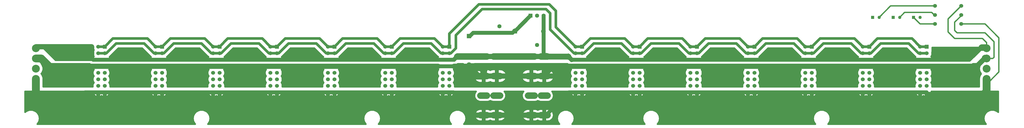
<source format=gbl>
G04 DipTrace 3.0.0.1*
G04 moraydular_powerbus_wide_final1.GBL*
%MOMM*%
G04 #@! TF.FileFunction,Copper,L2,Bot*
G04 #@! TF.Part,Single*
%AMOUTLINE0*
4,1,20,
1.2689,1.27,
1.70333,1.1938,
2.0855,0.9736,
2.3693,0.63597,
2.5205,0.22163,
2.5209,-0.21943,
2.3704,-0.63403,
2.0872,-0.97217,
1.7054,-1.19303,
1.2711,-1.27,
-1.2689,-1.27,
-1.70333,-1.1938,
-2.0855,-0.9736,
-2.3693,-0.63597,
-2.5205,-0.22163,
-2.5209,0.21943,
-2.3704,0.63403,
-2.0872,0.97217,
-1.7054,1.19303,
-1.2711,1.27,
1.2689,1.27,
0*%
G04 #@! TA.AperFunction,Conductor*
%ADD13C,2.032*%
G04 #@! TA.AperFunction,ComponentPad*
%ADD14C,1.524*%
G04 #@! TA.AperFunction,Conductor*
%ADD15C,2.54*%
%ADD16C,0.508*%
%ADD17C,1.5*%
%ADD18C,3.048*%
%ADD19C,2.286*%
%ADD20C,1.778*%
%ADD21C,1.016*%
G04 #@! TA.AperFunction,CopperBalancing*
%ADD22C,0.635*%
%ADD23C,0.381*%
G04 #@! TA.AperFunction,ComponentPad*
%ADD25R,1.524X1.524*%
%ADD26C,1.27*%
%ADD27R,1.27X1.27*%
%ADD29R,1.6X1.6*%
%ADD30C,1.6*%
%ADD31C,1.6*%
%ADD32R,1.8X1.8*%
%ADD33C,1.8*%
%ADD34C,3.048*%
%ADD35C,1.524*%
%ADD65OUTLINE0*%
%FSLAX35Y35*%
G04*
G71*
G90*
G75*
G01*
G04 Bottom*
%LPD*%
X18907001Y3032001D2*
D13*
X19407001D1*
X20748501D1*
X21248501D1*
Y3214501D1*
D14*
X21447001Y3413001D1*
D13*
X22203734D1*
X24685501D1*
X24939501D1*
X26908001D1*
X27162001D1*
X29130501D1*
X29384501D1*
X31353001D1*
X31607001D1*
X33575501D1*
X33829501D1*
X35798001D1*
X36052001D1*
X37988751D1*
X38306251Y3730501D1*
D15*
X38354511D1*
D13*
X38369751Y3715261D1*
X37385501Y5413251D2*
D16*
X37417251D1*
X37131501Y5127501D1*
Y4810001D1*
X37226751Y4714751D1*
X38306251D1*
X38655501Y4365501D1*
Y3762251D1*
X38608511Y3715261D1*
X38369751D1*
X18335501Y3482751D2*
D17*
Y3222501D1*
X18589501Y2968501D1*
X18843501D1*
X18907001Y3032001D1*
X15351001Y3413001D2*
D13*
X15097001D1*
X13128501D1*
X12874501D1*
X10906001D1*
X10652001D1*
X8683501D1*
X8429501D1*
X6461001D1*
X6207001D1*
X4238501D1*
X3984501D1*
X15351001D2*
X17141701D1*
D14*
X17319501D1*
X17573501D1*
X17751301D1*
D13*
X18335501D1*
X18525471Y3223031D1*
X18716501Y3032001D1*
X18907001D1*
X1571501Y3715261D2*
D18*
X1777241D1*
X2079501Y3413001D1*
D13*
X3984501D1*
X26908001D2*
D14*
X24939501D1*
X24685501D1*
X22717001D1*
X22463001D1*
X21629501D1*
X21248501Y3032001D1*
D13*
X21822734D1*
X22203734Y3413001D1*
X18907001Y3032001D2*
D15*
Y3286001D1*
D18*
X18811751Y3381251D1*
X18430751D1*
X18272531Y3223031D1*
X18525471D1*
X18907001Y3794001D2*
D13*
X19407001D1*
D15*
X20748501D1*
D13*
X21248501D1*
X18907001D2*
D19*
X17859251D1*
D14*
X17732251Y3667001D1*
X15351001D1*
X21248501Y3794001D2*
Y3825751D1*
D13*
X21351751D1*
Y3794001D1*
D19*
X22177251D1*
D20*
X22304251Y3667001D1*
D14*
X24685501D1*
X15351001D2*
X15097001D1*
X13128501D1*
X12874501D1*
X10906001D1*
X10652001D1*
X8683501D1*
X8429501D1*
X6461001D1*
X6207001D1*
X4238501D1*
X3984501D1*
X24685501D2*
X24939501D1*
X26908001D1*
X27162001D1*
X29130501D1*
X29384501D1*
X31353001D1*
X31607001D1*
X33575501D1*
X33829501D1*
X35798001D1*
X36052001D1*
X21218501Y4778251D2*
X21224751Y4784501D1*
Y5381501D1*
X38369751Y4111501D2*
D15*
Y4143251D1*
X38179251D1*
D14*
X37703001Y3667001D1*
X36052001D1*
X37385501Y5762501D2*
D16*
X36877501Y5254501D1*
Y4746501D1*
X37131501Y4492501D1*
X38211001D1*
X38369751Y4333751D1*
Y4111501D1*
X21224751Y5381501D2*
D14*
Y4238501D1*
Y3817751D1*
X21248501Y3794001D1*
X3984501Y3667001D2*
X3794001D1*
X3730501Y3730501D1*
D13*
Y4175001D1*
X1571501D1*
Y4111501D1*
X15351001Y3667001D2*
D14*
X17319501D1*
X17573501D1*
X17764001D1*
X17891001Y3794001D1*
D15*
X18907001D1*
X22463001Y3667001D2*
D14*
X22717001D1*
X24685501D1*
X24939501D2*
D3*
X19407001Y3794001D2*
D13*
X20748501D1*
X21248501D2*
X21351751D1*
X18907001Y1508001D2*
X19407001D1*
X20748501D1*
X21248501D1*
X18907001D2*
X18621251D1*
D14*
X17732251Y2397001D1*
X15351001D1*
X21248501Y1508001D2*
X21320001D1*
X22209001Y2397001D1*
X24685501D1*
X24939501D1*
X26908001D1*
X27162001D1*
X29130501D1*
X29384501D1*
X31353001D1*
X31607001D1*
X33575501D1*
X33829501D1*
X35798001D1*
X36052001D1*
X15351001D2*
X15097001D1*
X13128501D1*
X12874501D1*
X10906001D1*
X10652001D1*
X8683501D1*
X8429501D1*
X6461001D1*
X6207001D1*
X4238501D1*
X3984501D1*
X36052001D2*
Y2333501D1*
X36941001D1*
D13*
X38274501D1*
D18*
X38369751Y2428751D1*
Y2922781D1*
X37385501Y5064001D2*
D16*
X38306251D1*
X38846001Y4524251D1*
Y3190724D1*
X38473904Y2818627D1*
X38369751Y2922781D1*
X1571501D2*
D18*
Y2270001D1*
X3349501D1*
D14*
X3476501Y2397001D1*
X3984501D1*
X24685501Y3921001D2*
D21*
X24939501D1*
X25003001D1*
X25384001Y4302001D1*
X26463501D1*
X26844501Y3921001D1*
X26908001D1*
X27162001D1*
X27225501D1*
X27606501Y4302001D1*
X28686001D1*
X29067001Y3921001D1*
X29130501D1*
X29384501D1*
X29448001D1*
X29829001Y4302001D1*
X30908501D1*
X31289501Y3921001D1*
X31353001D1*
X31607001D1*
X31670501D1*
X32051501Y4302001D1*
X33131001D1*
X33512001Y3921001D1*
X33575501D1*
X33829501D1*
X33893001D1*
X34274001Y4302001D1*
X35353501D1*
X35734501Y3921001D1*
X35798001D1*
X36052001D1*
X3984501D2*
X4238501D1*
X4302001D1*
X4683001Y4302001D1*
X5762501D1*
X6143501Y3921001D1*
X6207001D1*
X6461001D1*
X6524501D1*
X6905501Y4302001D1*
X7985001D1*
X8366001Y3921001D1*
X8429501D1*
X8683501D1*
X8747001D1*
X9128001Y4302001D1*
X10207501D1*
X10588501Y3921001D1*
X10652001D1*
X10906001D1*
X10969501D1*
X11350501Y4302001D1*
X12430001D1*
X12811001Y3921001D1*
X12874501D1*
X13128501D1*
X13192001D1*
X13573001Y4302001D1*
X14652501D1*
X15033501Y3921001D1*
X15097001D1*
X15351001D1*
X15414501D1*
X15795501Y4302001D1*
X16875001D1*
X17256001Y3921001D1*
X17319501D1*
X17573501D1*
X22463001D2*
X22717001D1*
X22780501D1*
X23161501Y4302001D1*
X24241001D1*
X24622001Y3921001D1*
X24685501D1*
X17573501D2*
X17637001D1*
X17827501Y4111501D1*
Y4619501D1*
X18843501Y5635501D1*
X21320001D1*
X21478751Y5476751D1*
Y4841751D1*
X22399501Y3921001D1*
X22463001D1*
X36369501Y5413251D2*
D16*
Y5381501D1*
X36242501Y5508501D1*
X35194751D1*
X35004251Y5318001D1*
X3984501Y4175001D2*
D21*
X4238501D1*
X4556001Y4492501D1*
X5889501D1*
X6207001Y4175001D1*
X6461001D1*
X6778501Y4492501D1*
X8112001D1*
X8429501Y4175001D1*
X8683501D1*
X9001001Y4492501D1*
X10334501D1*
X10652001Y4175001D1*
X10906001D1*
X11223501Y4492501D1*
X12557001D1*
X12874501Y4175001D1*
X13128501D1*
X13446001Y4492501D1*
X14779501D1*
X15097001Y4175001D1*
X15351001D1*
X24685501D2*
X24939501D1*
X25257001Y4492501D1*
X26590501D1*
X26908001Y4175001D1*
X27162001D1*
X27479501Y4492501D1*
X28813001D1*
X29130501Y4175001D1*
X29384501D1*
X29702001Y4492501D1*
X31035501D1*
X31353001Y4175001D1*
X31607001D1*
X31924501Y4492501D1*
X33258001D1*
X33575501Y4175001D1*
X33829501D1*
X34147001Y4492501D1*
X35480501D1*
X35798001Y4175001D1*
X36052001D1*
X15351001D2*
X15668501Y4492501D1*
X17002001D1*
X17319501Y4175001D1*
X17573501D1*
X24685501D2*
X24368001Y4492501D1*
X23034501D1*
X22717001Y4175001D1*
X22463001D1*
X17573501D2*
Y4683001D1*
X18716501Y5826001D1*
X21447001D1*
X21701001Y5572001D1*
Y4937001D1*
X22463001Y4175001D1*
X36369501Y5762501D2*
D16*
X34655001D1*
X34210501Y5318001D1*
X18335501Y4587751D2*
D17*
X18367251D1*
X18494251Y4714751D1*
D14*
X19510251D1*
X20113501Y4778251D2*
X20716751Y5381501D1*
X19510251Y4714751D2*
X20018251D1*
X20113501Y4810001D1*
Y4778251D1*
X36369501Y5064001D2*
D16*
X35798001D1*
X35544001Y5318001D1*
X1165163Y2365584D2*
D22*
X3794162D1*
X4428839D2*
X6016662D1*
X6651339D2*
X8239162D1*
X8873839D2*
X10461662D1*
X11096339D2*
X12684162D1*
X13318839D2*
X14906662D1*
X15541339D2*
X17129162D1*
X17763839D2*
X18557788D1*
X19756276D2*
X20399288D1*
X21597776D2*
X22272662D1*
X22907339D2*
X24495162D1*
X25129839D2*
X26717662D1*
X27352339D2*
X28940162D1*
X29574839D2*
X31162662D1*
X31797339D2*
X33385162D1*
X34019839D2*
X35607662D1*
X36242339D2*
X38807839D1*
X1165163Y2302417D2*
X3817230D1*
X4405771D2*
X6039730D1*
X6628271D2*
X8262230D1*
X8850771D2*
X10484730D1*
X11073271D2*
X12707230D1*
X13295771D2*
X14929730D1*
X15518271D2*
X17152230D1*
X17740771D2*
X18538564D1*
X19775375D2*
X20380064D1*
X21616875D2*
X22295730D1*
X22884271D2*
X24518230D1*
X25106771D2*
X26740730D1*
X27329271D2*
X28963230D1*
X29551771D2*
X31185730D1*
X31774271D2*
X33408230D1*
X33996771D2*
X35630730D1*
X36219271D2*
X38807839D1*
X1165163Y2239251D2*
X3878250D1*
X4090751D2*
X4132418D1*
X4344751D2*
X6100750D1*
X6313251D2*
X6354918D1*
X6567251D2*
X8323250D1*
X8535751D2*
X8577418D1*
X8789751D2*
X10545750D1*
X10758251D2*
X10799918D1*
X11012251D2*
X12768250D1*
X12980751D2*
X13022418D1*
X13234751D2*
X14990750D1*
X15203251D2*
X15244918D1*
X15457251D2*
X17213250D1*
X17425751D2*
X17467418D1*
X17679751D2*
X18538440D1*
X19775623D2*
X20379940D1*
X21617123D2*
X22356750D1*
X22569251D2*
X22610918D1*
X22823251D2*
X24579250D1*
X24791751D2*
X24833418D1*
X25045751D2*
X26801750D1*
X27014251D2*
X27055918D1*
X27268251D2*
X29024250D1*
X29236751D2*
X29278418D1*
X29490751D2*
X31246750D1*
X31459251D2*
X31500918D1*
X31713251D2*
X33469250D1*
X33681751D2*
X33723418D1*
X33935751D2*
X35691750D1*
X35904251D2*
X35945918D1*
X36158251D2*
X38807839D1*
X1165163Y2176084D2*
X18557168D1*
X19756896D2*
X20398668D1*
X21598396D2*
X38807839D1*
X1165163Y2112917D2*
X18597971D1*
X19716092D2*
X20439471D1*
X21557592D2*
X38807839D1*
X1165163Y2049751D2*
X18685284D1*
X19128841D2*
X19185222D1*
X19628780D2*
X20526784D1*
X20970341D2*
X21026722D1*
X21470280D2*
X38807839D1*
X1165163Y1986584D2*
X38807839D1*
X1165163Y1923417D2*
X38807839D1*
X1165163Y1860251D2*
X38807839D1*
X1165163Y1797084D2*
X38807839D1*
X1165163Y1733917D2*
X18701159D1*
X19112966D2*
X19201097D1*
X19613029D2*
X20542659D1*
X20954466D2*
X21042597D1*
X21454529D2*
X38807839D1*
X1165163Y1670751D2*
X1212307D1*
X1549635D2*
X7816366D1*
X8153635D2*
X14420366D1*
X14757635D2*
X17722366D1*
X18059635D2*
X18602684D1*
X19711255D2*
X20444184D1*
X21552755D2*
X21913366D1*
X22250635D2*
X25215366D1*
X25552635D2*
X31819366D1*
X32156635D2*
X38423366D1*
X38760635D2*
X38807783D1*
X1630126Y1607584D2*
X7735875D1*
X8234126D2*
X14339875D1*
X14838126D2*
X17641875D1*
X18140126D2*
X18559152D1*
X19754788D2*
X20400652D1*
X21596288D2*
X21832875D1*
X22331126D2*
X25134875D1*
X25633126D2*
X31738875D1*
X32237126D2*
X38342875D1*
X1676387Y1544417D2*
X7689614D1*
X8280387D2*
X14293614D1*
X14884387D2*
X17595614D1*
X18186387D2*
X18539060D1*
X19775003D2*
X20380560D1*
X21616503D2*
X21786614D1*
X22377387D2*
X25088614D1*
X25679387D2*
X31692614D1*
X32283387D2*
X38296614D1*
X1703920Y1481251D2*
X7662081D1*
X8307920D2*
X14266081D1*
X14911920D2*
X17568081D1*
X18213920D2*
X18538192D1*
X19775872D2*
X20379692D1*
X21617372D2*
X21759081D1*
X22404920D2*
X25061081D1*
X25706920D2*
X31665081D1*
X32310920D2*
X38269081D1*
X1717315Y1418084D2*
X7648686D1*
X8321315D2*
X14252686D1*
X14925315D2*
X17554686D1*
X18227315D2*
X18555679D1*
X19758260D2*
X20397179D1*
X21599760D2*
X21745686D1*
X22418315D2*
X25047686D1*
X25720315D2*
X31651686D1*
X32324315D2*
X38255686D1*
X1718431Y1354917D2*
X7647570D1*
X8322431D2*
X14251570D1*
X14926431D2*
X17553570D1*
X18228431D2*
X18594623D1*
X19719441D2*
X20436123D1*
X21560941D2*
X21744570D1*
X22419431D2*
X25046570D1*
X25721431D2*
X31650570D1*
X32325431D2*
X38254570D1*
X1707269Y1291751D2*
X7658732D1*
X8311269D2*
X14262732D1*
X14915269D2*
X17564732D1*
X18217269D2*
X18677222D1*
X19136903D2*
X19177290D1*
X19636841D2*
X20518722D1*
X20978403D2*
X21018790D1*
X21478341D2*
X21755732D1*
X22408269D2*
X25057732D1*
X25710269D2*
X31661732D1*
X32314269D2*
X38265732D1*
X1682340Y1228584D2*
X7683661D1*
X8286340D2*
X14287661D1*
X14890340D2*
X17589661D1*
X18192340D2*
X21780661D1*
X22383340D2*
X25082661D1*
X25685340D2*
X31686661D1*
X32289340D2*
X38290661D1*
X1639924Y1165417D2*
X7726077D1*
X8243924D2*
X14330077D1*
X14847924D2*
X17632077D1*
X18149924D2*
X21823077D1*
X22340924D2*
X25125077D1*
X25642924D2*
X31729077D1*
X32246924D2*
X38333077D1*
X25126083Y2390652D2*
X25123497Y2365403D1*
X25117511Y2340739D1*
X25108235Y2317114D1*
X25095840Y2294966D1*
X25080556Y2274704D1*
X25062665Y2256702D1*
X25042498Y2241293D1*
X25020426Y2228762D1*
X24996859Y2219340D1*
X24972232Y2213202D1*
X24947000Y2210461D1*
X24921630Y2211168D1*
X24896590Y2215309D1*
X24872342Y2222808D1*
X24849336Y2233527D1*
X24827997Y2247267D1*
X24812515Y2260172D1*
X24793733Y2244886D1*
X24772101Y2231611D1*
X24748868Y2221394D1*
X24724464Y2214422D1*
X24699340Y2210824D1*
X24673960Y2210668D1*
X24648793Y2213955D1*
X24624305Y2220625D1*
X24600948Y2230555D1*
X24579153Y2243562D1*
X24559325Y2259404D1*
X24541828Y2277790D1*
X24526986Y2298378D1*
X24515074Y2320790D1*
X24506312Y2344610D1*
X24500862Y2369398D1*
X24498825Y2394697D1*
X24500237Y2420038D1*
X24501555Y2428743D1*
X22900927Y2428750D1*
X22903369Y2407952D1*
X22903259Y2384310D1*
X22899816Y2359164D1*
X22892995Y2334718D1*
X22882921Y2311422D1*
X22869780Y2289709D1*
X22853816Y2269978D1*
X22835323Y2252595D1*
X22814643Y2237881D1*
X22792158Y2226107D1*
X22768285Y2217493D1*
X22743463Y2212196D1*
X22718152Y2210314D1*
X22692821Y2211883D1*
X22667936Y2216873D1*
X22643958Y2225193D1*
X22621329Y2236688D1*
X22600469Y2251146D1*
X22590015Y2260172D1*
X22571233Y2244886D1*
X22549601Y2231611D1*
X22526368Y2221394D1*
X22501964Y2214422D1*
X22476840Y2210824D1*
X22451460Y2210668D1*
X22426293Y2213955D1*
X22401805Y2220625D1*
X22378448Y2230555D1*
X22356653Y2243562D1*
X22336825Y2259404D1*
X22319328Y2277790D1*
X22304486Y2298378D1*
X22292574Y2320790D1*
X22283812Y2344610D1*
X22278362Y2369398D1*
X22276325Y2394697D1*
X22277737Y2420038D1*
X22279055Y2428743D1*
X21549816Y2428750D1*
X21575328Y2397836D1*
X21584270Y2382982D1*
X21599306Y2343852D1*
X21606998Y2321781D1*
X21610320Y2304764D1*
X21611068Y2262860D1*
X21610748Y2239488D1*
X21608051Y2222361D1*
X21594417Y2182716D1*
X21586122Y2160864D1*
X21577729Y2145692D1*
X21541926Y2101840D1*
X21529785Y2089462D1*
X21512547Y2077144D1*
X21466693Y2051011D1*
X21450512Y2044784D1*
X21409368Y2036771D1*
X21386296Y2033028D1*
X21312111Y2032510D1*
X21112942Y2032851D1*
X21059079Y2041792D1*
X21042289Y2046118D1*
X21023006Y2054885D1*
X20998424Y2069049D1*
X20966693Y2051011D1*
X20950512Y2044784D1*
X20894891Y2034206D1*
X20875611Y2032511D1*
X20612942Y2032851D1*
X20559079Y2041792D1*
X20542289Y2046118D1*
X20523006Y2054885D1*
X20477448Y2081528D1*
X20463964Y2092428D1*
X20436451Y2124055D1*
X20421674Y2142165D1*
X20412731Y2157019D1*
X20397696Y2196149D1*
X20390004Y2218220D1*
X20386681Y2235237D1*
X20385934Y2277141D1*
X20386253Y2300513D1*
X20388950Y2317640D1*
X20402585Y2357285D1*
X20410880Y2379137D1*
X20419272Y2394309D1*
X20447221Y2428783D1*
X19708316Y2428750D1*
X19733827Y2397836D1*
X19742770Y2382982D1*
X19757805Y2343852D1*
X19765497Y2321781D1*
X19768820Y2304764D1*
X19769567Y2262860D1*
X19769248Y2239488D1*
X19766551Y2222361D1*
X19752916Y2182716D1*
X19744622Y2160864D1*
X19736229Y2145693D1*
X19709866Y2113111D1*
X19694599Y2095413D1*
X19681524Y2084026D1*
X19645594Y2062419D1*
X19625193Y2051011D1*
X19609012Y2044784D1*
X19567868Y2036771D1*
X19544796Y2033028D1*
X19470611Y2032510D1*
X19271442Y2032851D1*
X19217579Y2041792D1*
X19200789Y2046118D1*
X19181506Y2054885D1*
X19156923Y2069049D1*
X19125193Y2051011D1*
X19109012Y2044784D1*
X19067868Y2036771D1*
X19044796Y2033028D1*
X18970611Y2032510D1*
X18771442Y2032851D1*
X18717579Y2041792D1*
X18700789Y2046118D1*
X18681506Y2054885D1*
X18635948Y2081528D1*
X18622464Y2092427D1*
X18594951Y2124055D1*
X18580174Y2142165D1*
X18571231Y2157019D1*
X18556195Y2196149D1*
X18548504Y2218220D1*
X18545181Y2235237D1*
X18544434Y2277141D1*
X18544753Y2300513D1*
X18547450Y2317640D1*
X18561085Y2357285D1*
X18569379Y2379137D1*
X18577772Y2394309D1*
X18605721Y2428784D1*
X17757427Y2428750D1*
X17759869Y2407952D1*
X17759759Y2384310D1*
X17756316Y2359164D1*
X17749495Y2334718D1*
X17739421Y2311422D1*
X17726280Y2289709D1*
X17710316Y2269978D1*
X17691823Y2252595D1*
X17671143Y2237881D1*
X17648658Y2226107D1*
X17624785Y2217493D1*
X17599963Y2212196D1*
X17574652Y2210314D1*
X17549321Y2211883D1*
X17524436Y2216873D1*
X17500458Y2225193D1*
X17477829Y2236688D1*
X17456969Y2251146D1*
X17446515Y2260172D1*
X17427733Y2244886D1*
X17406101Y2231611D1*
X17382868Y2221394D1*
X17358464Y2214422D1*
X17333340Y2210824D1*
X17307960Y2210668D1*
X17282793Y2213955D1*
X17258305Y2220625D1*
X17234948Y2230555D1*
X17213153Y2243562D1*
X17193325Y2259404D1*
X17175828Y2277790D1*
X17160986Y2298378D1*
X17149074Y2320790D1*
X17140312Y2344610D1*
X17134862Y2369398D1*
X17132825Y2394697D1*
X17134237Y2420038D1*
X17135555Y2428743D1*
X15534927Y2428750D1*
X15537369Y2407952D1*
X15537259Y2384310D1*
X15533816Y2359164D1*
X15526995Y2334718D1*
X15516921Y2311422D1*
X15503780Y2289709D1*
X15487816Y2269978D1*
X15469323Y2252595D1*
X15448643Y2237881D1*
X15426158Y2226107D1*
X15402285Y2217493D1*
X15377463Y2212196D1*
X15352152Y2210314D1*
X15326821Y2211883D1*
X15301936Y2216873D1*
X15277958Y2225193D1*
X15255329Y2236688D1*
X15234469Y2251146D1*
X15224015Y2260172D1*
X15205233Y2244886D1*
X15183601Y2231611D1*
X15160368Y2221394D1*
X15135964Y2214422D1*
X15110840Y2210824D1*
X15085460Y2210668D1*
X15060293Y2213955D1*
X15035805Y2220625D1*
X15012448Y2230555D1*
X14990653Y2243562D1*
X14970825Y2259404D1*
X14953328Y2277790D1*
X14938486Y2298378D1*
X14926574Y2320790D1*
X14917812Y2344610D1*
X14912362Y2369398D1*
X14910325Y2394697D1*
X14911737Y2420038D1*
X14913055Y2428743D1*
X13312427Y2428750D1*
X13314869Y2407952D1*
X13314759Y2384310D1*
X13311316Y2359164D1*
X13304495Y2334718D1*
X13294421Y2311422D1*
X13281280Y2289709D1*
X13265316Y2269978D1*
X13246823Y2252595D1*
X13226143Y2237881D1*
X13203658Y2226107D1*
X13179785Y2217493D1*
X13154963Y2212196D1*
X13129652Y2210314D1*
X13104321Y2211883D1*
X13079436Y2216873D1*
X13055458Y2225193D1*
X13032829Y2236688D1*
X13011969Y2251146D1*
X13001515Y2260172D1*
X12982733Y2244886D1*
X12961101Y2231611D1*
X12937868Y2221394D1*
X12913464Y2214422D1*
X12888340Y2210824D1*
X12862960Y2210668D1*
X12837793Y2213955D1*
X12813305Y2220625D1*
X12789948Y2230555D1*
X12768153Y2243562D1*
X12748325Y2259404D1*
X12730828Y2277790D1*
X12715986Y2298378D1*
X12704074Y2320790D1*
X12695312Y2344610D1*
X12689862Y2369398D1*
X12687825Y2394697D1*
X12689237Y2420038D1*
X12690555Y2428743D1*
X11089927Y2428750D1*
X11092369Y2407952D1*
X11092259Y2384310D1*
X11088816Y2359164D1*
X11081995Y2334718D1*
X11071921Y2311422D1*
X11058780Y2289709D1*
X11042816Y2269978D1*
X11024323Y2252595D1*
X11003643Y2237881D1*
X10981158Y2226107D1*
X10957285Y2217493D1*
X10932463Y2212196D1*
X10907152Y2210314D1*
X10881821Y2211883D1*
X10856936Y2216873D1*
X10832958Y2225193D1*
X10810329Y2236688D1*
X10789469Y2251146D1*
X10779015Y2260172D1*
X10760233Y2244886D1*
X10738601Y2231611D1*
X10715368Y2221394D1*
X10690964Y2214422D1*
X10665840Y2210824D1*
X10640460Y2210668D1*
X10615293Y2213955D1*
X10590805Y2220625D1*
X10567448Y2230555D1*
X10545653Y2243562D1*
X10525825Y2259404D1*
X10508328Y2277790D1*
X10493486Y2298378D1*
X10481574Y2320790D1*
X10472812Y2344610D1*
X10467362Y2369398D1*
X10465325Y2394697D1*
X10466737Y2420038D1*
X10468055Y2428743D1*
X8867427Y2428750D1*
X8869869Y2407952D1*
X8869759Y2384310D1*
X8866316Y2359164D1*
X8859495Y2334718D1*
X8849421Y2311422D1*
X8836280Y2289709D1*
X8820316Y2269978D1*
X8801823Y2252595D1*
X8781143Y2237881D1*
X8758658Y2226107D1*
X8734785Y2217493D1*
X8709963Y2212196D1*
X8684652Y2210314D1*
X8659321Y2211883D1*
X8634436Y2216873D1*
X8610458Y2225193D1*
X8587829Y2236688D1*
X8566969Y2251146D1*
X8556515Y2260172D1*
X8537733Y2244886D1*
X8516101Y2231611D1*
X8492868Y2221394D1*
X8468464Y2214422D1*
X8443340Y2210824D1*
X8417960Y2210668D1*
X8392793Y2213955D1*
X8368305Y2220625D1*
X8344948Y2230555D1*
X8323153Y2243562D1*
X8303325Y2259404D1*
X8285828Y2277790D1*
X8270986Y2298378D1*
X8259074Y2320790D1*
X8250312Y2344610D1*
X8244862Y2369398D1*
X8242825Y2394697D1*
X8244237Y2420038D1*
X8245555Y2428743D1*
X6644927Y2428750D1*
X6647369Y2407952D1*
X6647259Y2384310D1*
X6643816Y2359164D1*
X6636995Y2334718D1*
X6626921Y2311422D1*
X6613780Y2289709D1*
X6597816Y2269978D1*
X6579323Y2252595D1*
X6558643Y2237881D1*
X6536158Y2226107D1*
X6512285Y2217493D1*
X6487463Y2212196D1*
X6462152Y2210314D1*
X6436821Y2211883D1*
X6411936Y2216873D1*
X6387958Y2225193D1*
X6365329Y2236688D1*
X6344469Y2251146D1*
X6334015Y2260172D1*
X6315233Y2244886D1*
X6293601Y2231611D1*
X6270368Y2221394D1*
X6245964Y2214422D1*
X6220840Y2210824D1*
X6195460Y2210668D1*
X6170293Y2213955D1*
X6145805Y2220625D1*
X6122448Y2230555D1*
X6100653Y2243562D1*
X6080825Y2259404D1*
X6063328Y2277790D1*
X6048486Y2298378D1*
X6036574Y2320790D1*
X6027812Y2344610D1*
X6022362Y2369398D1*
X6020325Y2394697D1*
X6021737Y2420038D1*
X6023055Y2428743D1*
X4422427Y2428750D1*
X4424869Y2407952D1*
X4424759Y2384310D1*
X4421316Y2359164D1*
X4414495Y2334718D1*
X4404421Y2311422D1*
X4391280Y2289709D1*
X4375316Y2269978D1*
X4356823Y2252595D1*
X4336143Y2237881D1*
X4313658Y2226107D1*
X4289785Y2217493D1*
X4264963Y2212196D1*
X4239652Y2210314D1*
X4214321Y2211883D1*
X4189436Y2216873D1*
X4165458Y2225193D1*
X4142829Y2236688D1*
X4121969Y2251146D1*
X4111515Y2260172D1*
X4092733Y2244886D1*
X4071101Y2231611D1*
X4047868Y2221394D1*
X4023464Y2214422D1*
X3998340Y2210824D1*
X3972960Y2210668D1*
X3947793Y2213955D1*
X3923305Y2220625D1*
X3899948Y2230555D1*
X3878153Y2243562D1*
X3858325Y2259404D1*
X3840828Y2277790D1*
X3825986Y2298378D1*
X3814074Y2320790D1*
X3805312Y2344610D1*
X3799862Y2369398D1*
X3797825Y2394697D1*
X3799237Y2420038D1*
X3800555Y2428743D1*
X1158875Y2428750D1*
X1158751Y1627683D1*
X1185807Y1649662D1*
X1207487Y1664148D1*
X1230238Y1676889D1*
X1253918Y1687806D1*
X1278381Y1696831D1*
X1303477Y1703908D1*
X1329051Y1708995D1*
X1354946Y1712060D1*
X1381001Y1713084D1*
X1407055Y1712060D1*
X1432950Y1708995D1*
X1458524Y1703908D1*
X1483620Y1696831D1*
X1508083Y1687806D1*
X1531763Y1676889D1*
X1554514Y1664148D1*
X1576194Y1649662D1*
X1596671Y1633519D1*
X1615819Y1615819D1*
X1633519Y1596671D1*
X1649662Y1576194D1*
X1664148Y1554514D1*
X1676889Y1531763D1*
X1687806Y1508083D1*
X1696831Y1483620D1*
X1703908Y1458524D1*
X1708995Y1432950D1*
X1712060Y1407055D1*
X1713084Y1381001D1*
X1712060Y1354946D1*
X1708995Y1329051D1*
X1703908Y1303477D1*
X1696831Y1278381D1*
X1687806Y1253918D1*
X1676889Y1230238D1*
X1664148Y1207487D1*
X1649662Y1185807D1*
X1627504Y1158823D1*
X7738318Y1158751D1*
X7716339Y1185807D1*
X7701853Y1207487D1*
X7689112Y1230238D1*
X7678196Y1253918D1*
X7669171Y1278381D1*
X7662093Y1303477D1*
X7657006Y1329051D1*
X7653941Y1354946D1*
X7652917Y1381001D1*
X7653941Y1407055D1*
X7657006Y1432950D1*
X7662093Y1458524D1*
X7669171Y1483620D1*
X7678196Y1508083D1*
X7689112Y1531763D1*
X7701853Y1554514D1*
X7716339Y1576194D1*
X7732482Y1596671D1*
X7750182Y1615819D1*
X7769330Y1633519D1*
X7789807Y1649662D1*
X7811487Y1664148D1*
X7834238Y1676889D1*
X7857918Y1687806D1*
X7882381Y1696831D1*
X7907477Y1703908D1*
X7933051Y1708995D1*
X7958946Y1712060D1*
X7985001Y1713084D1*
X8011055Y1712060D1*
X8036950Y1708995D1*
X8062524Y1703908D1*
X8087620Y1696831D1*
X8112083Y1687806D1*
X8135763Y1676889D1*
X8158514Y1664148D1*
X8180194Y1649662D1*
X8200671Y1633519D1*
X8219819Y1615819D1*
X8237519Y1596671D1*
X8253662Y1576194D1*
X8268148Y1554514D1*
X8280889Y1531763D1*
X8291806Y1508083D1*
X8300831Y1483620D1*
X8307908Y1458524D1*
X8312995Y1432950D1*
X8316060Y1407055D1*
X8317084Y1381001D1*
X8316060Y1354946D1*
X8312995Y1329051D1*
X8307908Y1303477D1*
X8300831Y1278381D1*
X8291806Y1253918D1*
X8280889Y1230238D1*
X8268148Y1207487D1*
X8253662Y1185807D1*
X8231504Y1158823D1*
X14342318Y1158751D1*
X14320339Y1185807D1*
X14305853Y1207487D1*
X14293112Y1230238D1*
X14282196Y1253918D1*
X14273171Y1278381D1*
X14266093Y1303477D1*
X14261006Y1329051D1*
X14257941Y1354946D1*
X14256917Y1381001D1*
X14257941Y1407055D1*
X14261006Y1432950D1*
X14266093Y1458524D1*
X14273171Y1483620D1*
X14282196Y1508083D1*
X14293112Y1531763D1*
X14305853Y1554514D1*
X14320339Y1576194D1*
X14336482Y1596671D1*
X14354182Y1615819D1*
X14373330Y1633519D1*
X14393807Y1649662D1*
X14415487Y1664148D1*
X14438238Y1676889D1*
X14461918Y1687806D1*
X14486381Y1696831D1*
X14511477Y1703908D1*
X14537051Y1708995D1*
X14562946Y1712060D1*
X14589001Y1713084D1*
X14615055Y1712060D1*
X14640950Y1708995D1*
X14666524Y1703908D1*
X14691620Y1696831D1*
X14716083Y1687806D1*
X14739763Y1676889D1*
X14762514Y1664148D1*
X14784194Y1649662D1*
X14804671Y1633519D1*
X14823819Y1615819D1*
X14841519Y1596671D1*
X14857662Y1576194D1*
X14872148Y1554514D1*
X14884889Y1531763D1*
X14895806Y1508083D1*
X14904831Y1483620D1*
X14911908Y1458524D1*
X14916995Y1432950D1*
X14920060Y1407055D1*
X14921084Y1381001D1*
X14920060Y1354946D1*
X14916995Y1329051D1*
X14911908Y1303477D1*
X14904831Y1278381D1*
X14895806Y1253918D1*
X14884889Y1230238D1*
X14872148Y1207487D1*
X14857662Y1185807D1*
X14835504Y1158823D1*
X17644318Y1158751D1*
X17622339Y1185807D1*
X17607853Y1207487D1*
X17595112Y1230238D1*
X17584196Y1253918D1*
X17575171Y1278381D1*
X17568093Y1303477D1*
X17563006Y1329051D1*
X17559941Y1354946D1*
X17558917Y1381001D1*
X17559941Y1407055D1*
X17563006Y1432950D1*
X17568093Y1458524D1*
X17575171Y1483620D1*
X17584196Y1508083D1*
X17595112Y1531763D1*
X17607853Y1554514D1*
X17622339Y1576194D1*
X17638482Y1596671D1*
X17656182Y1615819D1*
X17675330Y1633519D1*
X17695807Y1649662D1*
X17717487Y1664148D1*
X17740238Y1676889D1*
X17763918Y1687806D1*
X17788381Y1696831D1*
X17813477Y1703908D1*
X17839051Y1708995D1*
X17864946Y1712060D1*
X17891001Y1713084D1*
X17917055Y1712060D1*
X17942950Y1708995D1*
X17968524Y1703908D1*
X17993620Y1696831D1*
X18018083Y1687806D1*
X18041763Y1676889D1*
X18064514Y1664148D1*
X18086194Y1649662D1*
X18106671Y1633519D1*
X18125819Y1615819D1*
X18143519Y1596671D1*
X18159662Y1576194D1*
X18174148Y1554514D1*
X18186889Y1531763D1*
X18197806Y1508083D1*
X18206831Y1483620D1*
X18213908Y1458524D1*
X18218995Y1432950D1*
X18222060Y1407055D1*
X18223084Y1381001D1*
X18222060Y1354946D1*
X18218995Y1329051D1*
X18213908Y1303477D1*
X18206831Y1278381D1*
X18197806Y1253918D1*
X18186889Y1230238D1*
X18174148Y1207487D1*
X18159662Y1185807D1*
X18137504Y1158823D1*
X21835318Y1158751D1*
X21813339Y1185807D1*
X21798853Y1207487D1*
X21786112Y1230238D1*
X21775196Y1253918D1*
X21766171Y1278381D1*
X21759093Y1303477D1*
X21754006Y1329051D1*
X21750941Y1354946D1*
X21749917Y1381001D1*
X21750941Y1407055D1*
X21754006Y1432950D1*
X21759093Y1458524D1*
X21766171Y1483620D1*
X21775196Y1508083D1*
X21786112Y1531763D1*
X21798853Y1554514D1*
X21813339Y1576194D1*
X21829482Y1596671D1*
X21847182Y1615819D1*
X21866330Y1633519D1*
X21886807Y1649662D1*
X21908487Y1664148D1*
X21931238Y1676889D1*
X21954918Y1687806D1*
X21979381Y1696831D1*
X22004477Y1703908D1*
X22030051Y1708995D1*
X22055946Y1712060D1*
X22082001Y1713084D1*
X22108055Y1712060D1*
X22133950Y1708995D1*
X22159524Y1703908D1*
X22184620Y1696831D1*
X22209083Y1687806D1*
X22232763Y1676889D1*
X22255514Y1664148D1*
X22277194Y1649662D1*
X22297671Y1633519D1*
X22316819Y1615819D1*
X22334519Y1596671D1*
X22350662Y1576194D1*
X22365148Y1554514D1*
X22377889Y1531763D1*
X22388806Y1508083D1*
X22397831Y1483620D1*
X22404908Y1458524D1*
X22409995Y1432950D1*
X22413060Y1407055D1*
X22414084Y1381001D1*
X22413060Y1354946D1*
X22409995Y1329051D1*
X22404908Y1303477D1*
X22397831Y1278381D1*
X22388806Y1253918D1*
X22377889Y1230238D1*
X22365148Y1207487D1*
X22350662Y1185807D1*
X22328504Y1158823D1*
X25137318Y1158751D1*
X25115339Y1185807D1*
X25100853Y1207487D1*
X25088112Y1230238D1*
X25077196Y1253918D1*
X25068171Y1278381D1*
X25061093Y1303477D1*
X25056006Y1329051D1*
X25052941Y1354946D1*
X25051917Y1381001D1*
X25052941Y1407055D1*
X25056006Y1432950D1*
X25061093Y1458524D1*
X25068171Y1483620D1*
X25077196Y1508083D1*
X25088112Y1531763D1*
X25100853Y1554514D1*
X25115339Y1576194D1*
X25131482Y1596671D1*
X25149182Y1615819D1*
X25168330Y1633519D1*
X25188807Y1649662D1*
X25210487Y1664148D1*
X25233238Y1676889D1*
X25256918Y1687806D1*
X25281381Y1696831D1*
X25306477Y1703908D1*
X25332051Y1708995D1*
X25357946Y1712060D1*
X25384001Y1713084D1*
X25410055Y1712060D1*
X25435950Y1708995D1*
X25461524Y1703908D1*
X25486620Y1696831D1*
X25511083Y1687806D1*
X25534763Y1676889D1*
X25557514Y1664148D1*
X25579194Y1649662D1*
X25599671Y1633519D1*
X25618819Y1615819D1*
X25636519Y1596671D1*
X25652662Y1576194D1*
X25667148Y1554514D1*
X25679889Y1531763D1*
X25690806Y1508083D1*
X25699831Y1483620D1*
X25706908Y1458524D1*
X25711995Y1432950D1*
X25715060Y1407055D1*
X25716084Y1381001D1*
X25715060Y1354946D1*
X25711995Y1329051D1*
X25706908Y1303477D1*
X25699831Y1278381D1*
X25690806Y1253918D1*
X25679889Y1230238D1*
X25667148Y1207487D1*
X25652662Y1185807D1*
X25630504Y1158823D1*
X31741318Y1158751D1*
X31719339Y1185807D1*
X31704853Y1207487D1*
X31692112Y1230238D1*
X31681196Y1253918D1*
X31672171Y1278381D1*
X31665093Y1303477D1*
X31660006Y1329051D1*
X31656941Y1354946D1*
X31655917Y1381001D1*
X31656941Y1407055D1*
X31660006Y1432950D1*
X31665093Y1458524D1*
X31672171Y1483620D1*
X31681196Y1508083D1*
X31692112Y1531763D1*
X31704853Y1554514D1*
X31719339Y1576194D1*
X31735482Y1596671D1*
X31753182Y1615819D1*
X31772330Y1633519D1*
X31792807Y1649662D1*
X31814487Y1664148D1*
X31837238Y1676889D1*
X31860918Y1687806D1*
X31885381Y1696831D1*
X31910477Y1703908D1*
X31936051Y1708995D1*
X31961946Y1712060D1*
X31988001Y1713084D1*
X32014055Y1712060D1*
X32039950Y1708995D1*
X32065524Y1703908D1*
X32090620Y1696831D1*
X32115083Y1687806D1*
X32138763Y1676889D1*
X32161514Y1664148D1*
X32183194Y1649662D1*
X32203671Y1633519D1*
X32222819Y1615819D1*
X32240519Y1596671D1*
X32256662Y1576194D1*
X32271148Y1554514D1*
X32283889Y1531763D1*
X32294806Y1508083D1*
X32303831Y1483620D1*
X32310908Y1458524D1*
X32315995Y1432950D1*
X32319060Y1407055D1*
X32320084Y1381001D1*
X32319060Y1354946D1*
X32315995Y1329051D1*
X32310908Y1303477D1*
X32303831Y1278381D1*
X32294806Y1253918D1*
X32283889Y1230238D1*
X32271148Y1207487D1*
X32256662Y1185807D1*
X32234504Y1158823D1*
X38345318Y1158751D1*
X38323339Y1185807D1*
X38308853Y1207487D1*
X38296112Y1230238D1*
X38285196Y1253918D1*
X38276171Y1278381D1*
X38269093Y1303477D1*
X38264006Y1329051D1*
X38260941Y1354946D1*
X38259917Y1381001D1*
X38260941Y1407055D1*
X38264006Y1432950D1*
X38269093Y1458524D1*
X38276171Y1483620D1*
X38285196Y1508083D1*
X38296112Y1531763D1*
X38308853Y1554514D1*
X38323339Y1576194D1*
X38339482Y1596671D1*
X38357182Y1615819D1*
X38376330Y1633519D1*
X38396807Y1649662D1*
X38418487Y1664148D1*
X38441238Y1676889D1*
X38464918Y1687806D1*
X38489381Y1696831D1*
X38514477Y1703908D1*
X38540051Y1708995D1*
X38565946Y1712060D1*
X38592001Y1713084D1*
X38618055Y1712060D1*
X38643950Y1708995D1*
X38669524Y1703908D1*
X38694620Y1696831D1*
X38719083Y1687806D1*
X38742763Y1676889D1*
X38765514Y1664148D1*
X38787194Y1649662D1*
X38814179Y1627504D1*
X38814250Y2428627D1*
X36235927Y2428750D1*
X36238369Y2407952D1*
X36238259Y2384310D1*
X36234816Y2359164D1*
X36227995Y2334718D1*
X36217921Y2311422D1*
X36204780Y2289709D1*
X36188816Y2269978D1*
X36170323Y2252595D1*
X36149643Y2237881D1*
X36127158Y2226107D1*
X36103285Y2217493D1*
X36078463Y2212196D1*
X36053152Y2210314D1*
X36027821Y2211883D1*
X36002936Y2216873D1*
X35978958Y2225193D1*
X35956329Y2236688D1*
X35935469Y2251146D1*
X35925015Y2260172D1*
X35906233Y2244886D1*
X35884601Y2231611D1*
X35861368Y2221394D1*
X35836964Y2214422D1*
X35811840Y2210824D1*
X35786460Y2210668D1*
X35761293Y2213955D1*
X35736805Y2220625D1*
X35713448Y2230555D1*
X35691653Y2243562D1*
X35671825Y2259404D1*
X35654328Y2277790D1*
X35639486Y2298378D1*
X35627574Y2320790D1*
X35618812Y2344610D1*
X35613362Y2369398D1*
X35611325Y2394697D1*
X35612737Y2420038D1*
X35614055Y2428743D1*
X34013427Y2428750D1*
X34015869Y2407952D1*
X34015759Y2384310D1*
X34012316Y2359164D1*
X34005495Y2334718D1*
X33995421Y2311422D1*
X33982280Y2289709D1*
X33966316Y2269978D1*
X33947823Y2252595D1*
X33927143Y2237881D1*
X33904658Y2226107D1*
X33880785Y2217493D1*
X33855963Y2212196D1*
X33830652Y2210314D1*
X33805321Y2211883D1*
X33780436Y2216873D1*
X33756458Y2225193D1*
X33733829Y2236688D1*
X33712969Y2251146D1*
X33702515Y2260172D1*
X33683733Y2244886D1*
X33662101Y2231611D1*
X33638868Y2221394D1*
X33614464Y2214422D1*
X33589340Y2210824D1*
X33563960Y2210668D1*
X33538793Y2213955D1*
X33514305Y2220625D1*
X33490948Y2230555D1*
X33469153Y2243562D1*
X33449325Y2259404D1*
X33431828Y2277790D1*
X33416986Y2298378D1*
X33405074Y2320790D1*
X33396312Y2344610D1*
X33390862Y2369398D1*
X33388825Y2394697D1*
X33390237Y2420038D1*
X33391555Y2428743D1*
X31790927Y2428750D1*
X31793369Y2407952D1*
X31793259Y2384310D1*
X31789816Y2359164D1*
X31782995Y2334718D1*
X31772921Y2311422D1*
X31759780Y2289709D1*
X31743816Y2269978D1*
X31725323Y2252595D1*
X31704643Y2237881D1*
X31682158Y2226107D1*
X31658285Y2217493D1*
X31633463Y2212196D1*
X31608152Y2210314D1*
X31582821Y2211883D1*
X31557936Y2216873D1*
X31533958Y2225193D1*
X31511329Y2236688D1*
X31490469Y2251146D1*
X31480015Y2260172D1*
X31461233Y2244886D1*
X31439601Y2231611D1*
X31416368Y2221394D1*
X31391964Y2214422D1*
X31366840Y2210824D1*
X31341460Y2210668D1*
X31316293Y2213955D1*
X31291805Y2220625D1*
X31268448Y2230555D1*
X31246653Y2243562D1*
X31226825Y2259404D1*
X31209328Y2277790D1*
X31194486Y2298378D1*
X31182574Y2320790D1*
X31173812Y2344610D1*
X31168362Y2369398D1*
X31166325Y2394697D1*
X31167737Y2420038D1*
X31169055Y2428743D1*
X29568427Y2428750D1*
X29570869Y2407952D1*
X29570759Y2384310D1*
X29567316Y2359164D1*
X29560495Y2334718D1*
X29550421Y2311422D1*
X29537280Y2289709D1*
X29521316Y2269978D1*
X29502823Y2252595D1*
X29482143Y2237881D1*
X29459658Y2226107D1*
X29435785Y2217493D1*
X29410963Y2212196D1*
X29385652Y2210314D1*
X29360321Y2211883D1*
X29335436Y2216873D1*
X29311458Y2225193D1*
X29288829Y2236688D1*
X29267969Y2251146D1*
X29257515Y2260172D1*
X29238733Y2244886D1*
X29217101Y2231611D1*
X29193868Y2221394D1*
X29169464Y2214422D1*
X29144340Y2210824D1*
X29118960Y2210668D1*
X29093793Y2213955D1*
X29069305Y2220625D1*
X29045948Y2230555D1*
X29024153Y2243562D1*
X29004325Y2259404D1*
X28986828Y2277790D1*
X28971986Y2298378D1*
X28960074Y2320790D1*
X28951312Y2344610D1*
X28945862Y2369398D1*
X28943825Y2394697D1*
X28945237Y2420038D1*
X28946555Y2428743D1*
X27345927Y2428750D1*
X27348369Y2407952D1*
X27348259Y2384310D1*
X27344816Y2359164D1*
X27337995Y2334718D1*
X27327921Y2311422D1*
X27314780Y2289709D1*
X27298816Y2269978D1*
X27280323Y2252595D1*
X27259643Y2237881D1*
X27237158Y2226107D1*
X27213285Y2217493D1*
X27188463Y2212196D1*
X27163152Y2210314D1*
X27137821Y2211883D1*
X27112936Y2216873D1*
X27088958Y2225193D1*
X27066329Y2236688D1*
X27045469Y2251146D1*
X27035015Y2260172D1*
X27016233Y2244886D1*
X26994601Y2231611D1*
X26971368Y2221394D1*
X26946964Y2214422D1*
X26921840Y2210824D1*
X26896460Y2210668D1*
X26871293Y2213955D1*
X26846805Y2220625D1*
X26823448Y2230555D1*
X26801653Y2243562D1*
X26781825Y2259404D1*
X26764328Y2277790D1*
X26749486Y2298378D1*
X26737574Y2320790D1*
X26728812Y2344610D1*
X26723362Y2369398D1*
X26721325Y2394697D1*
X26722737Y2420038D1*
X26724055Y2428743D1*
X25123427Y2428750D1*
X25125869Y2407952D1*
X25126083Y2390652D1*
X19059234Y1742732D2*
X19108778Y1733302D1*
X19126484Y1726337D1*
X19157018Y1708986D1*
X19192468Y1728658D1*
X19210509Y1734703D1*
X19266891Y1744723D1*
X19292591Y1745491D1*
X19542502Y1745155D1*
X19590506Y1737247D1*
X19608778Y1733302D1*
X19626484Y1726337D1*
X19676120Y1697769D1*
X19691076Y1686008D1*
X19708302Y1666733D1*
X19736106Y1632522D1*
X19745191Y1615805D1*
X19764850Y1562017D1*
X19768746Y1543393D1*
X19769552Y1517564D1*
X19768863Y1473485D1*
X19765079Y1454838D1*
X19745563Y1400993D1*
X19736577Y1384222D1*
X19720592Y1363917D1*
X19691731Y1330593D1*
X19676846Y1318742D1*
X19627282Y1290037D1*
X19609619Y1282966D1*
X19584316Y1277686D1*
X19540786Y1270712D1*
X19280111Y1270510D1*
X19261022Y1272172D1*
X19205223Y1282699D1*
X19187517Y1289664D1*
X19156983Y1307015D1*
X19121533Y1287343D1*
X19103493Y1281298D1*
X19047110Y1271278D1*
X19021411Y1270510D1*
X18767438Y1271239D1*
X18711359Y1281068D1*
X18693282Y1287004D1*
X18670501Y1299225D1*
X18632673Y1321863D1*
X18618418Y1334464D1*
X18581547Y1378285D1*
X18571516Y1394453D1*
X18561922Y1418457D1*
X18547496Y1460114D1*
X18544676Y1478930D1*
X18544597Y1536190D1*
X18547304Y1555023D1*
X18555385Y1579583D1*
X18571110Y1620768D1*
X18581045Y1636995D1*
X18617790Y1680910D1*
X18631969Y1693596D1*
X18653947Y1707217D1*
X18692468Y1728658D1*
X18710509Y1734703D1*
X18766891Y1744723D1*
X18792591Y1745491D1*
X19042502Y1745155D1*
X19059234Y1742732D1*
X20900734D2*
X20950278Y1733302D1*
X20967984Y1726337D1*
X20998518Y1708986D1*
X21033968Y1728658D1*
X21052009Y1734703D1*
X21108391Y1744723D1*
X21134091Y1745491D1*
X21384001Y1745155D1*
X21432006Y1737247D1*
X21450278Y1733302D1*
X21467984Y1726337D1*
X21517620Y1697770D1*
X21532576Y1686008D1*
X21549802Y1666733D1*
X21577606Y1632522D1*
X21586692Y1615805D1*
X21606350Y1562017D1*
X21610246Y1543393D1*
X21611052Y1517564D1*
X21610363Y1473485D1*
X21606579Y1454838D1*
X21587063Y1400993D1*
X21578077Y1384222D1*
X21562092Y1363917D1*
X21533231Y1330593D1*
X21518346Y1318742D1*
X21468782Y1290037D1*
X21451119Y1282966D1*
X21425816Y1277686D1*
X21382286Y1270712D1*
X21121611Y1270510D1*
X21102630Y1272153D1*
X21046723Y1282699D1*
X21029017Y1289664D1*
X20998483Y1307015D1*
X20963033Y1287343D1*
X20944993Y1281298D1*
X20888610Y1271278D1*
X20862911Y1270510D1*
X20608938Y1271239D1*
X20552859Y1281068D1*
X20534782Y1287004D1*
X20512001Y1299225D1*
X20474173Y1321863D1*
X20459917Y1334464D1*
X20421513Y1380391D1*
X20411866Y1396790D1*
X20394715Y1442318D1*
X20388997Y1460114D1*
X20386177Y1478930D1*
X20386097Y1536190D1*
X20388804Y1555023D1*
X20396885Y1579583D1*
X20412611Y1620768D1*
X20422545Y1636994D1*
X20459290Y1680910D1*
X20473469Y1693596D1*
X20495447Y1707217D1*
X20533968Y1728658D1*
X20552009Y1734703D1*
X20608391Y1744723D1*
X20634091Y1745491D1*
X20884002Y1745155D1*
X20900734Y1742732D1*
X24939501Y2397001D2*
D14*
Y2210435D1*
X24685501Y2397001D2*
Y2210435D1*
X6461001Y2397001D2*
Y2210435D1*
X6207001Y2397001D2*
Y2210435D1*
X15351001Y2397001D2*
Y2210435D1*
X15097001Y2397001D2*
Y2210435D1*
X33829501Y2397001D2*
Y2210435D1*
X33575501Y2397001D2*
Y2210435D1*
X31607001Y2397001D2*
Y2210435D1*
X31353001Y2397001D2*
Y2210435D1*
X29384501Y2397001D2*
Y2210435D1*
X29130501Y2397001D2*
Y2210435D1*
X27162001Y2397001D2*
Y2210435D1*
X26908001Y2397001D2*
Y2210435D1*
X18907001Y1745476D2*
Y1270525D1*
X19407001Y1745476D2*
Y1270525D1*
X13128501Y2397001D2*
Y2210435D1*
X12874501Y2397001D2*
Y2210435D1*
X10906001Y2397001D2*
Y2210435D1*
X10652001Y2397001D2*
Y2210435D1*
X8683501Y2397001D2*
Y2210435D1*
X8429501Y2397001D2*
Y2210435D1*
X20748501Y1745476D2*
Y1270525D1*
X21248501Y1745476D2*
Y1270525D1*
X4238501Y2397001D2*
Y2210435D1*
X3984501Y2397001D2*
Y2210435D1*
X36052001Y2397001D2*
Y2210435D1*
X35798001Y2397001D2*
Y2210435D1*
X22717001Y2397001D2*
Y2210435D1*
X22463001Y2397001D2*
Y2210435D1*
X17573501Y2397001D2*
Y2210435D1*
X17319501Y2397001D2*
Y2210435D1*
X1837122Y3445084D2*
D22*
X3768489D1*
X4454512D2*
X5990989D1*
X6677012D2*
X8213489D1*
X8899512D2*
X10435989D1*
X11122012D2*
X12658489D1*
X13344512D2*
X14880989D1*
X15567012D2*
X17103489D1*
X17789512D2*
X18106466D1*
X18564535D2*
X22246989D1*
X22933012D2*
X24469489D1*
X25155512D2*
X26691989D1*
X27378012D2*
X28914489D1*
X29600512D2*
X31136989D1*
X31823012D2*
X33359489D1*
X34045512D2*
X35581989D1*
X36268012D2*
X38104130D1*
X1859198Y3381917D2*
X3768365D1*
X4454636D2*
X5990865D1*
X6677136D2*
X8213365D1*
X8899636D2*
X10435865D1*
X11122136D2*
X12658365D1*
X13344636D2*
X14880865D1*
X15567136D2*
X17103365D1*
X17789636D2*
X18127054D1*
X18543947D2*
X22246865D1*
X22933136D2*
X24469365D1*
X25155636D2*
X26691865D1*
X27378136D2*
X28914365D1*
X29600636D2*
X31136865D1*
X31823136D2*
X33359365D1*
X34045636D2*
X35581865D1*
X36268136D2*
X38082053D1*
X1866143Y3318751D2*
X3788209D1*
X4434792D2*
X6010709D1*
X6657292D2*
X8233209D1*
X8879792D2*
X10455709D1*
X11102292D2*
X12678209D1*
X13324792D2*
X14900709D1*
X15547292D2*
X17123209D1*
X17769792D2*
X18173811D1*
X18497190D2*
X22266709D1*
X22913292D2*
X24489209D1*
X25135792D2*
X26711709D1*
X27358292D2*
X28934209D1*
X29580792D2*
X31156709D1*
X31803292D2*
X33379209D1*
X34025792D2*
X35601709D1*
X36248292D2*
X38075108D1*
X1859074Y3255584D2*
X3789325D1*
X4433676D2*
X6011825D1*
X6656176D2*
X8234325D1*
X8878676D2*
X10456825D1*
X11101176D2*
X12679325D1*
X13323676D2*
X14901825D1*
X15546176D2*
X17124325D1*
X17768676D2*
X18639023D1*
X19675040D2*
X20480523D1*
X21516540D2*
X22267825D1*
X22912176D2*
X24490325D1*
X25134676D2*
X26712825D1*
X27357176D2*
X28935325D1*
X29579676D2*
X31157825D1*
X31802176D2*
X33380325D1*
X34024676D2*
X35602825D1*
X36247176D2*
X38082177D1*
X1836873Y3192417D2*
X3768737D1*
X4454264D2*
X5991237D1*
X6676764D2*
X8213737D1*
X8899264D2*
X10436237D1*
X11121764D2*
X12658737D1*
X13344264D2*
X14881237D1*
X15566764D2*
X17103737D1*
X17789264D2*
X18567586D1*
X19746478D2*
X20409086D1*
X21587978D2*
X22247237D1*
X22932764D2*
X24469737D1*
X25155264D2*
X26692237D1*
X27377764D2*
X28914737D1*
X29600264D2*
X31137237D1*
X31822764D2*
X33359737D1*
X34045264D2*
X35582237D1*
X36267764D2*
X38104378D1*
X1794830Y3129251D2*
X3768117D1*
X4454884D2*
X5990617D1*
X6677384D2*
X8213117D1*
X8899884D2*
X10435617D1*
X11122384D2*
X12658117D1*
X13344884D2*
X14880617D1*
X15567384D2*
X17103117D1*
X17789884D2*
X18531371D1*
X19782693D2*
X20372871D1*
X21624193D2*
X22246617D1*
X22933384D2*
X24469117D1*
X25155884D2*
X26691617D1*
X27378384D2*
X28914117D1*
X29600884D2*
X31136617D1*
X31823384D2*
X33359117D1*
X34045884D2*
X35581617D1*
X36268384D2*
X38146422D1*
X1827944Y3066084D2*
X3787465D1*
X4435537D2*
X6009965D1*
X6658037D2*
X8232465D1*
X8880537D2*
X10454965D1*
X11103037D2*
X12677465D1*
X13325537D2*
X14899965D1*
X15548037D2*
X17122465D1*
X17770537D2*
X18513263D1*
X19800800D2*
X20354763D1*
X21642300D2*
X22265965D1*
X22914037D2*
X24488465D1*
X25136537D2*
X26710965D1*
X27359037D2*
X28933465D1*
X29581537D2*
X31155965D1*
X31804037D2*
X33378465D1*
X34026537D2*
X35600965D1*
X36249037D2*
X38113307D1*
X1854733Y3002917D2*
X3790069D1*
X4432932D2*
X6012569D1*
X6655432D2*
X8235069D1*
X8877932D2*
X10457569D1*
X11100432D2*
X12680069D1*
X13322932D2*
X14902569D1*
X15545432D2*
X17125069D1*
X17767932D2*
X18512891D1*
X19801172D2*
X20354391D1*
X21642672D2*
X22268569D1*
X22911432D2*
X24491069D1*
X25133932D2*
X26713569D1*
X27356432D2*
X28936069D1*
X29578932D2*
X31158569D1*
X31801432D2*
X33381069D1*
X34023932D2*
X35603569D1*
X36246432D2*
X38086518D1*
X1865647Y2939751D2*
X3768985D1*
X4454016D2*
X5991485D1*
X6676516D2*
X8213985D1*
X8899016D2*
X10436485D1*
X11121516D2*
X12658985D1*
X13344016D2*
X14881485D1*
X15566516D2*
X17103985D1*
X17789016D2*
X18529510D1*
X19784429D2*
X20371010D1*
X21625929D2*
X22247485D1*
X22932516D2*
X24469985D1*
X25155016D2*
X26692485D1*
X27377516D2*
X28914985D1*
X29600016D2*
X31137485D1*
X31822516D2*
X33359985D1*
X34045016D2*
X35582485D1*
X36267516D2*
X38075604D1*
X1866143Y2876584D2*
X3767993D1*
X4455008D2*
X5990493D1*
X6677508D2*
X8212993D1*
X8900008D2*
X10435493D1*
X11122508D2*
X12657993D1*
X13345008D2*
X14880493D1*
X15567508D2*
X17102993D1*
X17790008D2*
X18563369D1*
X19750571D2*
X20404869D1*
X21592071D2*
X22246493D1*
X22933508D2*
X24468993D1*
X25156008D2*
X26691493D1*
X27378508D2*
X28913993D1*
X29601008D2*
X31136493D1*
X31823508D2*
X33358993D1*
X34046008D2*
X35581493D1*
X36268508D2*
X38075108D1*
X1866143Y2813417D2*
X3786844D1*
X4436157D2*
X6009344D1*
X6658657D2*
X8231844D1*
X8881157D2*
X10454344D1*
X11103657D2*
X12676844D1*
X13326157D2*
X14899344D1*
X15548657D2*
X17121844D1*
X17771157D2*
X18630341D1*
X19683598D2*
X20471841D1*
X21525098D2*
X22265344D1*
X22914657D2*
X24487844D1*
X25137157D2*
X26710344D1*
X27359657D2*
X28932844D1*
X29582157D2*
X31155344D1*
X31804657D2*
X33377844D1*
X34027157D2*
X35600344D1*
X36249657D2*
X38075108D1*
X1866143Y2750251D2*
X3790689D1*
X4432312D2*
X6013189D1*
X6654812D2*
X8235689D1*
X8877312D2*
X10458189D1*
X11099812D2*
X12680689D1*
X13322312D2*
X14903189D1*
X15544812D2*
X17125689D1*
X17767312D2*
X22269189D1*
X22910812D2*
X24491689D1*
X25133312D2*
X26714189D1*
X27355812D2*
X28936689D1*
X29578312D2*
X31159189D1*
X31800812D2*
X33381689D1*
X34023312D2*
X35604189D1*
X36245812D2*
X38075108D1*
X1866143Y2687084D2*
X3769109D1*
X4453892D2*
X5991609D1*
X6676392D2*
X8214109D1*
X8898892D2*
X10436609D1*
X11121392D2*
X12659109D1*
X13343892D2*
X14881609D1*
X15566392D2*
X17104109D1*
X17788892D2*
X22247609D1*
X22932392D2*
X24470109D1*
X25154892D2*
X26692609D1*
X27377392D2*
X28915109D1*
X29599892D2*
X31137609D1*
X31822392D2*
X33360109D1*
X34044892D2*
X35582609D1*
X36267392D2*
X38075108D1*
X1866143Y2623917D2*
X3767745D1*
X4455256D2*
X5990245D1*
X6677756D2*
X8212745D1*
X8900256D2*
X10435245D1*
X11122756D2*
X12657745D1*
X13345256D2*
X14880245D1*
X15567756D2*
X17102745D1*
X17790256D2*
X22246245D1*
X22933756D2*
X24468745D1*
X25156256D2*
X26691245D1*
X27378756D2*
X28913745D1*
X29601256D2*
X31136245D1*
X31823756D2*
X33358745D1*
X34046256D2*
X35581245D1*
X36268756D2*
X38075108D1*
X25151495Y3406651D2*
X25149218Y3381369D1*
X25143937Y3356540D1*
X25135727Y3332519D1*
X25124706Y3309652D1*
X25109350Y3286023D1*
X25120337Y3269817D1*
X25135446Y3240164D1*
X25145730Y3208512D1*
X25150937Y3175641D1*
Y3142360D1*
X25145730Y3109489D1*
X25135446Y3077837D1*
X25120337Y3048184D1*
X25109273Y3032038D1*
X25120337Y3015817D1*
X25135446Y2986164D1*
X25145730Y2954512D1*
X25150937Y2921641D1*
Y2888360D1*
X25145730Y2855489D1*
X25135446Y2823837D1*
X25120337Y2794184D1*
X25109273Y2778038D1*
X25120337Y2761817D1*
X25135446Y2732164D1*
X25145730Y2700512D1*
X25150937Y2667641D1*
Y2634360D1*
X25149155Y2619308D1*
X26698277Y2619251D1*
X26695911Y2651001D1*
X26698522Y2684179D1*
X26706291Y2716540D1*
X26719027Y2747287D1*
X26736416Y2775664D1*
X26738228Y2777963D1*
X26727164Y2794184D1*
X26712055Y2823837D1*
X26701771Y2855489D1*
X26696564Y2888360D1*
Y2921641D1*
X26701771Y2954512D1*
X26712055Y2986164D1*
X26727164Y3015817D1*
X26738228Y3031963D1*
X26727164Y3048184D1*
X26712055Y3077837D1*
X26701771Y3109489D1*
X26696564Y3142360D1*
Y3175641D1*
X26701771Y3208512D1*
X26712055Y3240164D1*
X26727164Y3269817D1*
X26738228Y3285963D1*
X26725741Y3304540D1*
X26714089Y3327092D1*
X26705214Y3350875D1*
X26699244Y3375548D1*
X26696264Y3400757D1*
X26696318Y3426142D1*
X26699404Y3451338D1*
X26700117Y3454914D1*
X25147488Y3454910D1*
X25151262Y3424795D1*
X25151495Y3406651D1*
X24475846Y2619308D2*
X24473411Y2651001D1*
X24476022Y2684179D1*
X24483791Y2716540D1*
X24496527Y2747287D1*
X24513916Y2775664D1*
X24515728Y2777963D1*
X24504664Y2794184D1*
X24489555Y2823837D1*
X24479271Y2855489D1*
X24474064Y2888360D1*
Y2921641D1*
X24479271Y2954512D1*
X24489555Y2986164D1*
X24504664Y3015817D1*
X24515728Y3031963D1*
X24504664Y3048184D1*
X24489555Y3077837D1*
X24479271Y3109489D1*
X24474064Y3142360D1*
Y3175641D1*
X24479271Y3208512D1*
X24489555Y3240164D1*
X24504664Y3269817D1*
X24515728Y3285963D1*
X24503241Y3304540D1*
X24491589Y3327092D1*
X24482714Y3350875D1*
X24476744Y3375548D1*
X24473764Y3400757D1*
X24473818Y3426142D1*
X24476904Y3451338D1*
X24477617Y3454914D1*
X22924988Y3454910D1*
X22928762Y3424795D1*
X22928710Y3400308D1*
X22925678Y3375105D1*
X22919655Y3350445D1*
X22910730Y3326681D1*
X22899029Y3304154D1*
X22886850Y3286023D1*
X22897837Y3269817D1*
X22912946Y3240164D1*
X22923230Y3208512D1*
X22928437Y3175641D1*
Y3142360D1*
X22923230Y3109489D1*
X22912946Y3077837D1*
X22897837Y3048184D1*
X22886773Y3032038D1*
X22897837Y3015817D1*
X22912946Y2986164D1*
X22923230Y2954512D1*
X22928437Y2921641D1*
Y2888360D1*
X22923230Y2855489D1*
X22912946Y2823837D1*
X22897837Y2794184D1*
X22886773Y2778038D1*
X22897837Y2761817D1*
X22912946Y2732164D1*
X22923230Y2700512D1*
X22928437Y2667641D1*
Y2634360D1*
X22926655Y2619308D1*
X24475777Y2619251D1*
X6672995Y3406651D2*
X6670718Y3381369D1*
X6665437Y3356540D1*
X6657227Y3332519D1*
X6646206Y3309652D1*
X6630850Y3286023D1*
X6641837Y3269817D1*
X6656946Y3240164D1*
X6667230Y3208512D1*
X6672437Y3175641D1*
Y3142360D1*
X6667230Y3109489D1*
X6656946Y3077837D1*
X6641837Y3048184D1*
X6630773Y3032038D1*
X6641837Y3015817D1*
X6656946Y2986164D1*
X6667230Y2954512D1*
X6672437Y2921641D1*
Y2888360D1*
X6667230Y2855489D1*
X6656946Y2823837D1*
X6641837Y2794184D1*
X6630773Y2778038D1*
X6641837Y2761817D1*
X6656946Y2732164D1*
X6667230Y2700512D1*
X6672437Y2667641D1*
Y2634360D1*
X6670655Y2619308D1*
X8219777Y2619251D1*
X8217411Y2651001D1*
X8220022Y2684179D1*
X8227791Y2716540D1*
X8240527Y2747287D1*
X8257916Y2775664D1*
X8259728Y2777963D1*
X8248664Y2794184D1*
X8233555Y2823837D1*
X8223271Y2855489D1*
X8218064Y2888360D1*
Y2921641D1*
X8223271Y2954512D1*
X8233555Y2986164D1*
X8248664Y3015817D1*
X8259728Y3031963D1*
X8248664Y3048184D1*
X8233555Y3077837D1*
X8223271Y3109489D1*
X8218064Y3142360D1*
Y3175641D1*
X8223271Y3208512D1*
X8233555Y3240164D1*
X8248664Y3269817D1*
X8259728Y3285963D1*
X8247241Y3304540D1*
X8235589Y3327092D1*
X8226714Y3350875D1*
X8220744Y3375548D1*
X8217764Y3400757D1*
X8217818Y3426142D1*
X8220904Y3451338D1*
X8221617Y3454914D1*
X6668988Y3454910D1*
X6672762Y3424795D1*
X6672995Y3406651D1*
X5997346Y2619308D2*
X5994911Y2651001D1*
X5997522Y2684179D1*
X6005291Y2716540D1*
X6018027Y2747287D1*
X6035416Y2775664D1*
X6037228Y2777963D1*
X6026164Y2794184D1*
X6011055Y2823837D1*
X6000771Y2855489D1*
X5995564Y2888360D1*
Y2921641D1*
X6000771Y2954512D1*
X6011055Y2986164D1*
X6026164Y3015817D1*
X6037228Y3031963D1*
X6026164Y3048184D1*
X6011055Y3077837D1*
X6000771Y3109489D1*
X5995564Y3142360D1*
Y3175641D1*
X6000771Y3208512D1*
X6011055Y3240164D1*
X6026164Y3269817D1*
X6037228Y3285963D1*
X6024741Y3304540D1*
X6013089Y3327092D1*
X6004214Y3350875D1*
X5998244Y3375548D1*
X5995264Y3400757D1*
X5995318Y3426142D1*
X5998404Y3451338D1*
X5999117Y3454914D1*
X4446488Y3454911D1*
X4450262Y3424795D1*
X4450210Y3400308D1*
X4447178Y3375105D1*
X4441155Y3350445D1*
X4432230Y3326681D1*
X4420529Y3304154D1*
X4408350Y3286023D1*
X4419337Y3269817D1*
X4434446Y3240164D1*
X4444730Y3208512D1*
X4449937Y3175641D1*
Y3142360D1*
X4444730Y3109489D1*
X4434446Y3077837D1*
X4419337Y3048184D1*
X4408273Y3032038D1*
X4419337Y3015817D1*
X4434446Y2986164D1*
X4444730Y2954512D1*
X4449937Y2921641D1*
Y2888360D1*
X4444730Y2855489D1*
X4434446Y2823837D1*
X4419337Y2794184D1*
X4408273Y2778038D1*
X4419337Y2761817D1*
X4434446Y2732164D1*
X4444730Y2700512D1*
X4449937Y2667641D1*
Y2634360D1*
X4448155Y2619308D1*
X5997277Y2619251D1*
X15562995Y3406651D2*
X15560718Y3381369D1*
X15555437Y3356540D1*
X15547227Y3332519D1*
X15536206Y3309652D1*
X15520850Y3286023D1*
X15531837Y3269817D1*
X15546946Y3240164D1*
X15557230Y3208512D1*
X15562437Y3175641D1*
Y3142360D1*
X15557230Y3109489D1*
X15546946Y3077837D1*
X15531837Y3048184D1*
X15520773Y3032038D1*
X15531837Y3015817D1*
X15546946Y2986164D1*
X15557230Y2954512D1*
X15562437Y2921641D1*
Y2888360D1*
X15557230Y2855489D1*
X15546946Y2823837D1*
X15531837Y2794184D1*
X15520773Y2778038D1*
X15531837Y2761817D1*
X15546946Y2732164D1*
X15557230Y2700512D1*
X15562437Y2667641D1*
Y2634360D1*
X15560655Y2619308D1*
X17109777Y2619251D1*
X17107411Y2651001D1*
X17110022Y2684179D1*
X17117791Y2716540D1*
X17130527Y2747287D1*
X17147916Y2775664D1*
X17149728Y2777963D1*
X17138664Y2794184D1*
X17123555Y2823837D1*
X17113271Y2855489D1*
X17108064Y2888360D1*
Y2921641D1*
X17113271Y2954512D1*
X17123555Y2986164D1*
X17138664Y3015817D1*
X17149728Y3031963D1*
X17138664Y3048184D1*
X17123555Y3077837D1*
X17113271Y3109489D1*
X17108064Y3142360D1*
Y3175641D1*
X17113271Y3208512D1*
X17123555Y3240164D1*
X17138664Y3269817D1*
X17149728Y3285963D1*
X17137241Y3304540D1*
X17125589Y3327092D1*
X17116714Y3350875D1*
X17110744Y3375548D1*
X17107764Y3400757D1*
X17107818Y3426142D1*
X17110904Y3451338D1*
X17111617Y3454914D1*
X15558988Y3454910D1*
X15562762Y3424795D1*
X15562995Y3406651D1*
X14887346Y2619308D2*
X14884911Y2651001D1*
X14887522Y2684179D1*
X14895291Y2716540D1*
X14908027Y2747287D1*
X14925416Y2775664D1*
X14927228Y2777963D1*
X14916164Y2794184D1*
X14901055Y2823837D1*
X14890771Y2855489D1*
X14885564Y2888360D1*
Y2921641D1*
X14890771Y2954512D1*
X14901055Y2986164D1*
X14916164Y3015817D1*
X14927228Y3031963D1*
X14916164Y3048184D1*
X14901055Y3077837D1*
X14890771Y3109489D1*
X14885564Y3142360D1*
Y3175641D1*
X14890771Y3208512D1*
X14901055Y3240164D1*
X14916164Y3269817D1*
X14927228Y3285963D1*
X14914741Y3304540D1*
X14903089Y3327092D1*
X14894214Y3350875D1*
X14888244Y3375548D1*
X14885264Y3400757D1*
X14885318Y3426142D1*
X14888404Y3451338D1*
X14889117Y3454914D1*
X13336488Y3454910D1*
X13340262Y3424795D1*
X13340210Y3400308D1*
X13337178Y3375105D1*
X13331155Y3350445D1*
X13322230Y3326681D1*
X13310529Y3304154D1*
X13298350Y3286023D1*
X13309337Y3269817D1*
X13324446Y3240164D1*
X13334730Y3208512D1*
X13339937Y3175641D1*
Y3142360D1*
X13334730Y3109489D1*
X13324446Y3077837D1*
X13309337Y3048184D1*
X13298273Y3032038D1*
X13309337Y3015817D1*
X13324446Y2986164D1*
X13334730Y2954512D1*
X13339937Y2921641D1*
Y2888360D1*
X13334730Y2855489D1*
X13324446Y2823837D1*
X13309337Y2794184D1*
X13298273Y2778038D1*
X13309337Y2761817D1*
X13324446Y2732164D1*
X13334730Y2700512D1*
X13339937Y2667641D1*
Y2634360D1*
X13338155Y2619308D1*
X14887277Y2619251D1*
X34041495Y3406651D2*
X34039218Y3381369D1*
X34033937Y3356540D1*
X34025727Y3332519D1*
X34014706Y3309652D1*
X33999350Y3286023D1*
X34010337Y3269817D1*
X34025446Y3240164D1*
X34035730Y3208512D1*
X34040937Y3175641D1*
Y3142360D1*
X34035730Y3109489D1*
X34025446Y3077837D1*
X34010337Y3048184D1*
X33999273Y3032038D1*
X34010337Y3015817D1*
X34025446Y2986164D1*
X34035730Y2954512D1*
X34040937Y2921641D1*
Y2888360D1*
X34035730Y2855489D1*
X34025446Y2823837D1*
X34010337Y2794184D1*
X33999273Y2778038D1*
X34010337Y2761817D1*
X34025446Y2732164D1*
X34035730Y2700512D1*
X34040937Y2667641D1*
Y2634360D1*
X34039155Y2619308D1*
X35588277Y2619251D1*
X35585911Y2651001D1*
X35588522Y2684179D1*
X35596291Y2716540D1*
X35609027Y2747287D1*
X35626416Y2775664D1*
X35628228Y2777963D1*
X35617164Y2794184D1*
X35602055Y2823837D1*
X35591771Y2855489D1*
X35586564Y2888360D1*
Y2921641D1*
X35591771Y2954512D1*
X35602055Y2986164D1*
X35617164Y3015817D1*
X35628228Y3031963D1*
X35617164Y3048184D1*
X35602055Y3077837D1*
X35591771Y3109489D1*
X35586564Y3142360D1*
Y3175641D1*
X35591771Y3208512D1*
X35602055Y3240164D1*
X35617164Y3269817D1*
X35628228Y3285963D1*
X35615741Y3304540D1*
X35604089Y3327092D1*
X35595214Y3350875D1*
X35589244Y3375548D1*
X35586264Y3400757D1*
X35586318Y3426142D1*
X35589404Y3451338D1*
X35590117Y3454914D1*
X34037488Y3454910D1*
X34041262Y3424795D1*
X34041495Y3406651D1*
X33365846Y2619308D2*
X33363411Y2651001D1*
X33366022Y2684179D1*
X33373791Y2716540D1*
X33386527Y2747287D1*
X33403916Y2775664D1*
X33405728Y2777963D1*
X33394664Y2794184D1*
X33379555Y2823837D1*
X33369271Y2855489D1*
X33364064Y2888360D1*
Y2921641D1*
X33369271Y2954512D1*
X33379555Y2986164D1*
X33394664Y3015817D1*
X33405728Y3031963D1*
X33394664Y3048184D1*
X33379555Y3077837D1*
X33369271Y3109489D1*
X33364064Y3142360D1*
Y3175641D1*
X33369271Y3208512D1*
X33379555Y3240164D1*
X33394664Y3269817D1*
X33405728Y3285963D1*
X33393241Y3304540D1*
X33381589Y3327092D1*
X33372714Y3350875D1*
X33366744Y3375548D1*
X33363764Y3400757D1*
X33363818Y3426142D1*
X33366904Y3451338D1*
X33367617Y3454914D1*
X31814988Y3454910D1*
X31818762Y3424795D1*
X31818710Y3400308D1*
X31815678Y3375105D1*
X31809655Y3350445D1*
X31800730Y3326681D1*
X31789029Y3304154D1*
X31776850Y3286023D1*
X31787837Y3269817D1*
X31802946Y3240164D1*
X31813230Y3208512D1*
X31818437Y3175641D1*
Y3142360D1*
X31813230Y3109489D1*
X31802946Y3077837D1*
X31787837Y3048184D1*
X31776773Y3032038D1*
X31787837Y3015817D1*
X31802946Y2986164D1*
X31813230Y2954512D1*
X31818437Y2921641D1*
Y2888360D1*
X31813230Y2855489D1*
X31802946Y2823837D1*
X31787837Y2794184D1*
X31776773Y2778038D1*
X31787837Y2761817D1*
X31802946Y2732164D1*
X31813230Y2700512D1*
X31818437Y2667641D1*
Y2634360D1*
X31816655Y2619308D1*
X33365777Y2619251D1*
X31143346Y2619308D2*
X31140911Y2651001D1*
X31143522Y2684179D1*
X31151291Y2716540D1*
X31164027Y2747287D1*
X31181416Y2775664D1*
X31183228Y2777963D1*
X31172164Y2794184D1*
X31157055Y2823837D1*
X31146771Y2855489D1*
X31141564Y2888360D1*
Y2921641D1*
X31146771Y2954512D1*
X31157055Y2986164D1*
X31172164Y3015817D1*
X31183228Y3031963D1*
X31172164Y3048184D1*
X31157055Y3077837D1*
X31146771Y3109489D1*
X31141564Y3142360D1*
Y3175641D1*
X31146771Y3208512D1*
X31157055Y3240164D1*
X31172164Y3269817D1*
X31183228Y3285963D1*
X31170741Y3304540D1*
X31159089Y3327092D1*
X31150214Y3350875D1*
X31144244Y3375548D1*
X31141264Y3400757D1*
X31141318Y3426142D1*
X31144404Y3451338D1*
X31145117Y3454914D1*
X29592488Y3454910D1*
X29596262Y3424795D1*
X29596210Y3400308D1*
X29593178Y3375105D1*
X29587155Y3350445D1*
X29578230Y3326681D1*
X29566529Y3304154D1*
X29554350Y3286023D1*
X29565337Y3269817D1*
X29580446Y3240164D1*
X29590730Y3208512D1*
X29595937Y3175641D1*
Y3142360D1*
X29590730Y3109489D1*
X29580446Y3077837D1*
X29565337Y3048184D1*
X29554273Y3032038D1*
X29565337Y3015817D1*
X29580446Y2986164D1*
X29590730Y2954512D1*
X29595937Y2921641D1*
Y2888360D1*
X29590730Y2855489D1*
X29580446Y2823837D1*
X29565337Y2794184D1*
X29554273Y2778038D1*
X29565337Y2761817D1*
X29580446Y2732164D1*
X29590730Y2700512D1*
X29595937Y2667641D1*
Y2634360D1*
X29594155Y2619308D1*
X31143277Y2619251D1*
X28920846Y2619308D2*
X28918411Y2651001D1*
X28921022Y2684179D1*
X28928791Y2716540D1*
X28941527Y2747287D1*
X28958916Y2775664D1*
X28960728Y2777963D1*
X28949664Y2794184D1*
X28934555Y2823837D1*
X28924271Y2855489D1*
X28919064Y2888360D1*
Y2921641D1*
X28924271Y2954512D1*
X28934555Y2986164D1*
X28949664Y3015817D1*
X28960728Y3031963D1*
X28949664Y3048184D1*
X28934555Y3077837D1*
X28924271Y3109489D1*
X28919064Y3142360D1*
Y3175641D1*
X28924271Y3208512D1*
X28934555Y3240164D1*
X28949664Y3269817D1*
X28960728Y3285963D1*
X28948241Y3304540D1*
X28936589Y3327092D1*
X28927714Y3350875D1*
X28921744Y3375548D1*
X28918764Y3400757D1*
X28918818Y3426142D1*
X28921904Y3451338D1*
X28922617Y3454914D1*
X27369988Y3454910D1*
X27373762Y3424795D1*
X27373710Y3400308D1*
X27370678Y3375105D1*
X27364655Y3350445D1*
X27355730Y3326681D1*
X27344029Y3304154D1*
X27331850Y3286023D1*
X27342837Y3269817D1*
X27357946Y3240164D1*
X27368230Y3208512D1*
X27373437Y3175641D1*
Y3142360D1*
X27368230Y3109489D1*
X27357946Y3077837D1*
X27342837Y3048184D1*
X27331773Y3032038D1*
X27342837Y3015817D1*
X27357946Y2986164D1*
X27368230Y2954512D1*
X27373437Y2921641D1*
Y2888360D1*
X27368230Y2855489D1*
X27357946Y2823837D1*
X27342837Y2794184D1*
X27331773Y2778038D1*
X27342837Y2761817D1*
X27357946Y2732164D1*
X27368230Y2700512D1*
X27373437Y2667641D1*
Y2634360D1*
X27371655Y2619308D1*
X28920777Y2619251D1*
X19063622Y3291750D2*
X19113199Y3282452D1*
X19131162Y3276155D1*
X19156976Y3262326D1*
X19179689Y3274767D1*
X19197497Y3281488D1*
X19225253Y3287325D1*
X19268768Y3294435D1*
X19317991Y3294891D1*
X19543316Y3294564D1*
X19576131Y3289556D1*
X19613199Y3282452D1*
X19631162Y3276155D1*
X19656180Y3262784D1*
X19694085Y3240259D1*
X19708810Y3228198D1*
X19727746Y3207076D1*
X19755660Y3172946D1*
X19765371Y3156575D1*
X19775940Y3130251D1*
X19790497Y3088632D1*
X19794023Y3069927D1*
X19794952Y3041587D1*
X19794399Y2997498D1*
X19791317Y2978715D1*
X19782492Y2951752D1*
X19766891Y2910511D1*
X19757570Y2893915D1*
X19740064Y2871608D1*
X19711301Y2838189D1*
X19696867Y2825782D1*
X19672773Y2810798D1*
X19634312Y2789234D1*
X19616504Y2782512D1*
X19588748Y2776676D1*
X19545233Y2769566D1*
X19496011Y2769111D1*
X19267429Y2769704D1*
X19213190Y2778774D1*
X19194719Y2783367D1*
X19177070Y2790497D1*
X19157026Y2801676D1*
X19134312Y2789234D1*
X19116504Y2782513D1*
X19088748Y2776676D1*
X19045233Y2769566D1*
X18996011Y2769110D1*
X18767429Y2769703D1*
X18713190Y2778774D1*
X18694719Y2783367D1*
X18677070Y2790497D1*
X18625182Y2820195D1*
X18609910Y2831555D1*
X18594427Y2847203D1*
X18557480Y2892315D1*
X18547953Y2908793D1*
X18535884Y2939715D1*
X18523505Y2975369D1*
X18519978Y2994074D1*
X18519049Y3022414D1*
X18519602Y3066503D1*
X18522684Y3085286D1*
X18531509Y3112249D1*
X18547110Y3153490D1*
X18556432Y3170086D1*
X18573937Y3192393D1*
X18602700Y3225812D1*
X18617135Y3238219D1*
X18641228Y3253203D1*
X18679689Y3274767D1*
X18697497Y3281488D1*
X18725253Y3287325D1*
X18768768Y3294435D1*
X18817991Y3294891D1*
X19043316Y3294563D1*
X19063622Y3291750D1*
X12664846Y2619308D2*
X12662411Y2651001D1*
X12665022Y2684179D1*
X12672791Y2716540D1*
X12685527Y2747287D1*
X12702916Y2775664D1*
X12704728Y2777963D1*
X12693664Y2794184D1*
X12678555Y2823837D1*
X12668271Y2855489D1*
X12663064Y2888360D1*
Y2921641D1*
X12668271Y2954512D1*
X12678555Y2986164D1*
X12693664Y3015817D1*
X12704728Y3031963D1*
X12693664Y3048184D1*
X12678555Y3077837D1*
X12668271Y3109489D1*
X12663064Y3142360D1*
Y3175641D1*
X12668271Y3208512D1*
X12678555Y3240164D1*
X12693664Y3269817D1*
X12704728Y3285963D1*
X12692241Y3304540D1*
X12680589Y3327092D1*
X12671714Y3350875D1*
X12665744Y3375548D1*
X12662764Y3400757D1*
X12662818Y3426142D1*
X12665904Y3451338D1*
X12666617Y3454914D1*
X11113988Y3454910D1*
X11117762Y3424795D1*
X11117710Y3400308D1*
X11114678Y3375105D1*
X11108655Y3350445D1*
X11099730Y3326681D1*
X11088029Y3304154D1*
X11075850Y3286023D1*
X11086837Y3269817D1*
X11101946Y3240164D1*
X11112230Y3208512D1*
X11117437Y3175641D1*
Y3142360D1*
X11112230Y3109489D1*
X11101946Y3077837D1*
X11086837Y3048184D1*
X11075773Y3032038D1*
X11086837Y3015817D1*
X11101946Y2986164D1*
X11112230Y2954512D1*
X11117437Y2921641D1*
Y2888360D1*
X11112230Y2855489D1*
X11101946Y2823837D1*
X11086837Y2794184D1*
X11075773Y2778038D1*
X11086837Y2761817D1*
X11101946Y2732164D1*
X11112230Y2700512D1*
X11117437Y2667641D1*
Y2634360D1*
X11115655Y2619308D1*
X12664777Y2619251D1*
X10442346Y2619308D2*
X10439911Y2651001D1*
X10442522Y2684179D1*
X10450291Y2716540D1*
X10463027Y2747287D1*
X10480416Y2775664D1*
X10482228Y2777963D1*
X10471164Y2794184D1*
X10456055Y2823837D1*
X10445771Y2855489D1*
X10440564Y2888360D1*
Y2921641D1*
X10445771Y2954512D1*
X10456055Y2986164D1*
X10471164Y3015817D1*
X10482228Y3031963D1*
X10471164Y3048184D1*
X10456055Y3077837D1*
X10445771Y3109489D1*
X10440564Y3142360D1*
Y3175641D1*
X10445771Y3208512D1*
X10456055Y3240164D1*
X10471164Y3269817D1*
X10482228Y3285963D1*
X10469741Y3304540D1*
X10458089Y3327092D1*
X10449214Y3350875D1*
X10443244Y3375548D1*
X10440264Y3400757D1*
X10440318Y3426142D1*
X10443404Y3451338D1*
X10444117Y3454914D1*
X8891488Y3454910D1*
X8895262Y3424795D1*
X8895210Y3400308D1*
X8892178Y3375105D1*
X8886155Y3350445D1*
X8877230Y3326681D1*
X8865529Y3304154D1*
X8853350Y3286023D1*
X8864337Y3269817D1*
X8879446Y3240164D1*
X8889730Y3208512D1*
X8894937Y3175641D1*
Y3142360D1*
X8889730Y3109489D1*
X8879446Y3077837D1*
X8864337Y3048184D1*
X8853273Y3032038D1*
X8864337Y3015817D1*
X8879446Y2986164D1*
X8889730Y2954512D1*
X8894937Y2921641D1*
Y2888360D1*
X8889730Y2855489D1*
X8879446Y2823837D1*
X8864337Y2794184D1*
X8853273Y2778038D1*
X8864337Y2761817D1*
X8879446Y2732164D1*
X8889730Y2700512D1*
X8894937Y2667641D1*
Y2634360D1*
X8893155Y2619308D1*
X10442277Y2619251D1*
X20905122Y3291750D2*
X20954699Y3282452D1*
X20972662Y3276155D1*
X20998476Y3262326D1*
X21021189Y3274767D1*
X21038997Y3281488D1*
X21066753Y3287325D1*
X21110268Y3294435D1*
X21159491Y3294891D1*
X21384816Y3294564D1*
X21417631Y3289556D1*
X21454699Y3282453D1*
X21472662Y3276155D1*
X21497680Y3262784D1*
X21535585Y3240259D1*
X21550310Y3228198D1*
X21569246Y3207076D1*
X21597160Y3172946D1*
X21606871Y3156575D1*
X21617440Y3130251D1*
X21631997Y3088632D1*
X21635524Y3069927D1*
X21636452Y3041587D1*
X21635899Y2997498D1*
X21632817Y2978715D1*
X21623992Y2951752D1*
X21608391Y2910511D1*
X21599069Y2893916D1*
X21581866Y2871969D1*
X21551706Y2837118D1*
X21537133Y2824874D1*
X21508776Y2807619D1*
X21475812Y2789234D1*
X21458004Y2782513D1*
X21430248Y2776676D1*
X21386733Y2769566D1*
X21337511Y2769110D1*
X21108929Y2769703D1*
X21054690Y2778774D1*
X21036219Y2783367D1*
X21018570Y2790497D1*
X20998525Y2801676D1*
X20975812Y2789234D1*
X20958004Y2782513D1*
X20930248Y2776676D1*
X20886733Y2769566D1*
X20837511Y2769110D1*
X20608929Y2769704D1*
X20554690Y2778774D1*
X20536219Y2783367D1*
X20518570Y2790497D1*
X20466682Y2820195D1*
X20451410Y2831555D1*
X20435927Y2847203D1*
X20398981Y2892314D1*
X20389453Y2908793D1*
X20377384Y2939715D1*
X20365004Y2975369D1*
X20361478Y2994074D1*
X20360549Y3022414D1*
X20361102Y3066503D1*
X20364184Y3085286D1*
X20373009Y3112249D1*
X20388610Y3153490D1*
X20397932Y3170086D1*
X20415437Y3192393D1*
X20444200Y3225812D1*
X20458634Y3238219D1*
X20482728Y3253203D1*
X20521189Y3274767D1*
X20538997Y3281488D1*
X20566753Y3287325D1*
X20610268Y3294435D1*
X20659491Y3294891D1*
X20884816Y3294564D1*
X20905122Y3291750D1*
X3774846Y2619308D2*
X3772411Y2651001D1*
X3775022Y2684179D1*
X3782791Y2716540D1*
X3795527Y2747287D1*
X3812916Y2775664D1*
X3814728Y2777963D1*
X3803664Y2794184D1*
X3788555Y2823837D1*
X3778271Y2855489D1*
X3773064Y2888360D1*
Y2921641D1*
X3778271Y2954512D1*
X3788555Y2986164D1*
X3803664Y3015817D1*
X3814728Y3031963D1*
X3803664Y3048184D1*
X3788555Y3077837D1*
X3778271Y3109489D1*
X3773064Y3142360D1*
Y3175641D1*
X3778271Y3208512D1*
X3788555Y3240164D1*
X3803664Y3269817D1*
X3814728Y3285963D1*
X3802241Y3304540D1*
X3790589Y3327092D1*
X3781714Y3350875D1*
X3775744Y3375548D1*
X3772764Y3400757D1*
X3772818Y3426142D1*
X3775904Y3451338D1*
X3776753Y3455595D1*
X3744489Y3460770D1*
X3712837Y3471055D1*
X3683184Y3486164D1*
X3657112Y3504634D1*
X3647339Y3508239D1*
X1788914Y3508251D1*
X1804732Y3488473D1*
X1817308Y3469652D1*
X1828369Y3449901D1*
X1837846Y3429344D1*
X1845681Y3408107D1*
X1851825Y3386321D1*
X1856241Y3364119D1*
X1858902Y3341640D1*
X1859791Y3319021D1*
X1858902Y3296402D1*
X1856241Y3273922D1*
X1851825Y3251721D1*
X1845681Y3229934D1*
X1837846Y3208697D1*
X1828369Y3188140D1*
X1817308Y3168389D1*
X1804732Y3149568D1*
X1780814Y3121077D1*
X1804732Y3092233D1*
X1817308Y3073412D1*
X1828369Y3053662D1*
X1837846Y3033104D1*
X1845681Y3011867D1*
X1851825Y2990081D1*
X1856242Y2967879D1*
X1858902Y2945400D1*
X1859791Y2891031D1*
Y2619295D1*
X3774777Y2619251D1*
X36263995Y3406651D2*
X36261718Y3381369D1*
X36256437Y3356540D1*
X36248227Y3332519D1*
X36237206Y3309652D1*
X36221850Y3286023D1*
X36232837Y3269817D1*
X36247946Y3240164D1*
X36258230Y3208512D1*
X36263437Y3175641D1*
Y3142360D1*
X36258230Y3109489D1*
X36247946Y3077837D1*
X36232837Y3048184D1*
X36221773Y3032038D1*
X36232837Y3015817D1*
X36247946Y2986164D1*
X36258230Y2954512D1*
X36263437Y2921641D1*
Y2888360D1*
X36258230Y2855489D1*
X36247946Y2823837D1*
X36232837Y2794184D1*
X36221773Y2778038D1*
X36232837Y2761817D1*
X36247946Y2732164D1*
X36258230Y2700512D1*
X36263437Y2667641D1*
Y2634360D1*
X36261655Y2619308D1*
X38081460Y2619251D1*
Y2922781D1*
X38082349Y2945400D1*
X38085010Y2967879D1*
X38089426Y2990081D1*
X38095570Y3011867D1*
X38103405Y3033104D1*
X38112882Y3053662D1*
X38123943Y3073412D1*
X38136519Y3092233D1*
X38150593Y3110075D1*
X38150533Y3131791D1*
X38136519Y3149568D1*
X38123943Y3168389D1*
X38112882Y3188140D1*
X38103405Y3208697D1*
X38095570Y3229934D1*
X38089426Y3251721D1*
X38085010Y3273922D1*
X38082349Y3296402D1*
X38081461Y3319021D1*
X38082349Y3341640D1*
X38085010Y3364119D1*
X38089426Y3386321D1*
X38095570Y3408107D1*
X38103405Y3429344D1*
X38112882Y3449901D1*
X38123943Y3469652D1*
X38136519Y3488473D1*
X38152394Y3508263D1*
X37843767Y3508251D1*
X37827664Y3495416D1*
X37799288Y3478027D1*
X37768540Y3465291D1*
X37736179Y3457521D1*
X37703001Y3454910D1*
X36259988D1*
X36263762Y3424795D1*
X36263995Y3406651D1*
X18561301Y3476401D2*
X18559163Y3451105D1*
X18554200Y3426208D1*
X18546474Y3402026D1*
X18536084Y3378863D1*
X18523160Y3357012D1*
X18507866Y3336749D1*
X18490395Y3318331D1*
X18470968Y3301989D1*
X18449830Y3287930D1*
X18427247Y3276331D1*
X18403506Y3267340D1*
X18378906Y3261070D1*
X18353758Y3257600D1*
X18328379Y3256973D1*
X18303090Y3259198D1*
X18278210Y3264246D1*
X18254054Y3272055D1*
X18230927Y3282524D1*
X18209121Y3295522D1*
X18188910Y3310885D1*
X18170552Y3328419D1*
X18154276Y3347902D1*
X18140290Y3369089D1*
X18128769Y3391711D1*
X18119859Y3415482D1*
X18113673Y3440104D1*
X18110288Y3465264D1*
X18109749Y3490645D1*
X18111067Y3508226D1*
X17904767Y3508251D1*
X17888664Y3495416D1*
X17860287Y3478027D1*
X17829540Y3465291D1*
X17797114Y3457514D1*
X17782336Y3450011D1*
X17785262Y3424795D1*
X17785210Y3400308D1*
X17782178Y3375105D1*
X17776155Y3350445D1*
X17767230Y3326681D1*
X17755529Y3304154D1*
X17743350Y3286023D1*
X17754337Y3269817D1*
X17769446Y3240164D1*
X17779730Y3208512D1*
X17784937Y3175641D1*
Y3142360D1*
X17779730Y3109489D1*
X17769446Y3077837D1*
X17754337Y3048184D1*
X17743273Y3032038D1*
X17754337Y3015817D1*
X17769446Y2986164D1*
X17779730Y2954512D1*
X17784937Y2921641D1*
Y2888360D1*
X17779730Y2855489D1*
X17769446Y2823837D1*
X17754337Y2794184D1*
X17743273Y2778038D1*
X17754337Y2761817D1*
X17769446Y2732164D1*
X17779730Y2700512D1*
X17784937Y2667641D1*
Y2634360D1*
X17783155Y2619308D1*
X22253277Y2619251D1*
X22250911Y2651001D1*
X22253522Y2684179D1*
X22261291Y2716540D1*
X22274027Y2747287D1*
X22291416Y2775664D1*
X22293228Y2777963D1*
X22282164Y2794184D1*
X22267055Y2823837D1*
X22256771Y2855489D1*
X22251564Y2888360D1*
Y2921641D1*
X22256771Y2954512D1*
X22267055Y2986164D1*
X22282164Y3015817D1*
X22293228Y3031963D1*
X22282164Y3048184D1*
X22267055Y3077837D1*
X22256771Y3109489D1*
X22251564Y3142360D1*
Y3175641D1*
X22256771Y3208512D1*
X22267055Y3240164D1*
X22282164Y3269817D1*
X22293228Y3285963D1*
X22280741Y3304540D1*
X22269089Y3327092D1*
X22260214Y3350875D1*
X22254244Y3375548D1*
X22251264Y3400757D1*
X22251318Y3426142D1*
X22253832Y3447938D1*
X22234787Y3453212D1*
X22202198Y3466711D1*
X22172122Y3485141D1*
X22145037Y3508313D1*
X18559859Y3508251D1*
X18561391Y3482751D1*
X18561301Y3476401D1*
X18907001Y3294975D2*
D14*
Y2769025D1*
X19407001Y3294975D2*
Y2769026D1*
X20748501Y3294975D2*
Y2769026D1*
X21248501Y3294976D2*
Y2769026D1*
X18335501Y3482751D2*
Y3256985D1*
X23209956Y4080084D2*
D22*
X24192545D1*
X25432456D2*
X26415045D1*
X27654956D2*
X28637545D1*
X29877456D2*
X30860045D1*
X32099956D2*
X33082545D1*
X34322456D2*
X35305045D1*
X36270493D2*
X38050055D1*
X23146829Y4016917D2*
X24255673D1*
X25369329D2*
X26478173D1*
X27591829D2*
X28700673D1*
X29814329D2*
X30923173D1*
X32036829D2*
X33145673D1*
X34259329D2*
X35368173D1*
X36270493D2*
X37978990D1*
X23083577Y3953751D2*
X24318924D1*
X25306077D2*
X26541424D1*
X27528577D2*
X28763924D1*
X29751077D2*
X30986424D1*
X31973577D2*
X33208924D1*
X34196077D2*
X35431424D1*
X36267888D2*
X37907924D1*
X23020449Y3890584D2*
X24382052D1*
X25242949D2*
X26604552D1*
X27465449D2*
X28827052D1*
X29687949D2*
X31049552D1*
X31910449D2*
X33272052D1*
X34132949D2*
X35494552D1*
X36268260D2*
X37836859D1*
X22183663Y3827417D2*
X22222630D1*
X22957321D2*
X24445180D1*
X25179821D2*
X26667680D1*
X27402321D2*
X28890180D1*
X29624821D2*
X31112680D1*
X31847321D2*
X33335180D1*
X34069821D2*
X35557680D1*
X36248665D2*
X37765794D1*
X22183663Y3764251D2*
X22268197D1*
X22911804D2*
X24490697D1*
X25134304D2*
X26713197D1*
X27356804D2*
X28935697D1*
X29579304D2*
X31158197D1*
X31801804D2*
X33380697D1*
X34024304D2*
X35603197D1*
X36246804D2*
X37694728D1*
X22183663Y3701084D2*
X22247361D1*
X22932640D2*
X24469861D1*
X25155140D2*
X26692361D1*
X27377640D2*
X28914861D1*
X29600140D2*
X31137361D1*
X31822640D2*
X33359861D1*
X34045140D2*
X35582361D1*
X36267640D2*
X37623663D1*
X25121132Y3776398D2*
X25135446Y3748164D1*
X25145730Y3716512D1*
X25149155Y3698693D1*
X26698277Y3698751D1*
X26706291Y3732540D1*
X26719027Y3763287D1*
X26726369Y3776398D1*
X26690040Y3811441D1*
X26386167Y4115314D1*
X25461267Y4115310D1*
X25124201Y3779005D1*
X24475846Y3698693D2*
X24479271Y3716512D1*
X24489555Y3748164D1*
X24503869Y3776398D1*
X24467540Y3811441D1*
X24163667Y4115314D1*
X23238767Y4115310D1*
X22901701Y3779005D1*
X22905974Y3763287D1*
X22918710Y3732540D1*
X22926479Y3700179D1*
X22926655Y3698693D1*
X24475777Y3698751D1*
X34011132Y3776398D2*
X34025446Y3748164D1*
X34035730Y3716512D1*
X34039155Y3698693D1*
X35588277Y3698751D1*
X35596291Y3732540D1*
X35609027Y3763287D1*
X35616369Y3776398D1*
X35580040Y3811441D1*
X35276167Y4115314D1*
X34351267Y4115310D1*
X34014201Y3779005D1*
X33365846Y3698693D2*
X33369271Y3716512D1*
X33379555Y3748164D1*
X33393869Y3776398D1*
X33357540Y3811441D1*
X33053667Y4115314D1*
X32128767Y4115310D1*
X31791701Y3779005D1*
X31795974Y3763287D1*
X31808710Y3732540D1*
X31816479Y3700179D1*
X31816655Y3698693D1*
X33365777Y3698751D1*
X31143346Y3698693D2*
X31146771Y3716512D1*
X31157055Y3748164D1*
X31171369Y3776398D1*
X31135040Y3811441D1*
X30831167Y4115314D1*
X29906267Y4115310D1*
X29569201Y3779005D1*
X29573474Y3763287D1*
X29586210Y3732540D1*
X29593979Y3700179D1*
X29594155Y3698693D1*
X31143277Y3698751D1*
X28920846Y3698693D2*
X28924271Y3716512D1*
X28934555Y3748164D1*
X28948869Y3776398D1*
X28912540Y3811441D1*
X28608667Y4115314D1*
X27683767Y4115311D1*
X27346701Y3779005D1*
X27350974Y3763287D1*
X27363710Y3732540D1*
X27371479Y3700179D1*
X27371655Y3698693D1*
X28920777Y3698751D1*
X36263437Y3904360D2*
X36258230Y3871489D1*
X36247946Y3839837D1*
X36232837Y3810184D1*
X36221773Y3794038D1*
X36232837Y3777817D1*
X36247946Y3748164D1*
X36258230Y3716512D1*
X36261655Y3698693D1*
X37627470Y3698751D1*
X38081610Y4102467D1*
X38082349Y4134120D1*
X38083420Y4143164D1*
X36264205Y4143250D1*
X36264091Y3962910D1*
X36259998D1*
X36263437Y3937641D1*
Y3904360D1*
X22253346Y3698693D2*
X22256771Y3716512D1*
X22267055Y3748164D1*
X22281369Y3776398D1*
X22245040Y3811441D1*
X22177250Y3879232D1*
X22177251Y3698875D1*
X22253277Y3698751D1*
X1864407Y4143584D2*
X3768365D1*
X1907815Y4080417D2*
X3788333D1*
X4731829D2*
X5713673D1*
X6954329D2*
X7936173D1*
X9176829D2*
X10158673D1*
X11399329D2*
X12381173D1*
X13621829D2*
X14603673D1*
X15844329D2*
X16826173D1*
X1970943Y4017251D2*
X3789201D1*
X4668577D2*
X5776924D1*
X6891077D2*
X7999424D1*
X9113577D2*
X10221924D1*
X11336077D2*
X12444424D1*
X13558577D2*
X14666924D1*
X15781077D2*
X16889424D1*
X2034195Y3954084D2*
X3768613D1*
X4605449D2*
X5840052D1*
X6827949D2*
X8062552D1*
X9050449D2*
X10285052D1*
X11272949D2*
X12507552D1*
X13495449D2*
X14730052D1*
X15717949D2*
X16952552D1*
X2097323Y3890917D2*
X3768241D1*
X4542321D2*
X5903180D1*
X6764821D2*
X8125680D1*
X8987321D2*
X10348180D1*
X11209821D2*
X12570680D1*
X13432321D2*
X14793180D1*
X15654821D2*
X17015680D1*
X2160451Y3827751D2*
X3787713D1*
X4479069D2*
X5966432D1*
X6701569D2*
X8188932D1*
X8924069D2*
X10411432D1*
X11146569D2*
X12633932D1*
X13369069D2*
X14856432D1*
X15591569D2*
X17078932D1*
X2223703Y3764584D2*
X3789821D1*
X4433180D2*
X6012321D1*
X6655680D2*
X8234821D1*
X8878180D2*
X10457321D1*
X11100680D2*
X12679821D1*
X13323180D2*
X14902321D1*
X15545680D2*
X17124821D1*
X2286831Y3701417D2*
X3768861D1*
X4454140D2*
X5991361D1*
X6676640D2*
X8213861D1*
X8899140D2*
X10436361D1*
X11121640D2*
X12658861D1*
X13344140D2*
X14881361D1*
X15566640D2*
X17103861D1*
X6672995Y3660651D2*
X6672423Y3650474D1*
X8218041Y3650491D1*
X8217520Y3673799D1*
X8219850Y3699077D1*
X8225184Y3723895D1*
X8233445Y3747898D1*
X8244514Y3770742D1*
X8247847Y3776465D1*
X8211540Y3811441D1*
X7907667Y4115314D1*
X6982767Y4115310D1*
X6645701Y3779005D1*
X6643489Y3775075D1*
X6655094Y3752498D1*
X6663919Y3728696D1*
X6669836Y3704011D1*
X6672762Y3678795D1*
X6672995Y3660651D1*
X5995576Y3650477D2*
X5995020Y3673799D1*
X5997350Y3699077D1*
X6002684Y3723895D1*
X6010945Y3747898D1*
X6022014Y3770742D1*
X6025347Y3776465D1*
X5989040Y3811441D1*
X5685167Y4115314D1*
X4760267Y4115310D1*
X4423201Y3779005D1*
X4420989Y3775075D1*
X4432594Y3752498D1*
X4441419Y3728696D1*
X4447336Y3704011D1*
X4450262Y3678795D1*
X4449923Y3650474D1*
X5995541Y3650491D1*
X15562995Y3660651D2*
X15562423Y3650474D1*
X17108041Y3650491D1*
X17107520Y3673799D1*
X17109850Y3699077D1*
X17115184Y3723895D1*
X17123445Y3747898D1*
X17134514Y3770742D1*
X17137847Y3776465D1*
X17101540Y3811441D1*
X16797667Y4115314D1*
X15872767Y4115310D1*
X15535701Y3779005D1*
X15533489Y3775075D1*
X15545094Y3752498D1*
X15553919Y3728696D1*
X15559836Y3704011D1*
X15562762Y3678795D1*
X15562995Y3660651D1*
X14885576Y3650477D2*
X14885020Y3673799D1*
X14887350Y3699077D1*
X14892684Y3723895D1*
X14900945Y3747898D1*
X14912014Y3770742D1*
X14915347Y3776465D1*
X14879040Y3811441D1*
X14575167Y4115314D1*
X13650267Y4115310D1*
X13313201Y3779005D1*
X13310989Y3775075D1*
X13322594Y3752498D1*
X13331419Y3728696D1*
X13337336Y3704011D1*
X13340262Y3678795D1*
X13339923Y3650474D1*
X14885541Y3650491D1*
X12663076Y3650477D2*
X12662520Y3673799D1*
X12664850Y3699077D1*
X12670184Y3723895D1*
X12678445Y3747898D1*
X12689514Y3770742D1*
X12692847Y3776465D1*
X12656540Y3811441D1*
X12352667Y4115314D1*
X11427767Y4115310D1*
X11090701Y3779005D1*
X11088489Y3775075D1*
X11100094Y3752498D1*
X11108919Y3728696D1*
X11114836Y3704011D1*
X11117762Y3678795D1*
X11117423Y3650474D1*
X12663041Y3650491D1*
X10440576Y3650477D2*
X10440020Y3673799D1*
X10442350Y3699077D1*
X10447684Y3723895D1*
X10455945Y3747898D1*
X10467014Y3770742D1*
X10470347Y3776465D1*
X10434040Y3811441D1*
X10130167Y4115314D1*
X9205267Y4115311D1*
X8868201Y3779005D1*
X8865989Y3775075D1*
X8877594Y3752498D1*
X8886419Y3728696D1*
X8892336Y3704011D1*
X8895262Y3678795D1*
X8894923Y3650474D1*
X10440541Y3650491D1*
X3773076Y3650477D2*
X3772520Y3673799D1*
X3774850Y3699077D1*
X3780184Y3723895D1*
X3788445Y3747898D1*
X3799514Y3770742D1*
X3814652Y3793982D1*
X3803664Y3810184D1*
X3788555Y3839837D1*
X3778271Y3871489D1*
X3773064Y3904360D1*
Y3937641D1*
X3778271Y3970512D1*
X3788555Y4002164D1*
X3803664Y4031817D1*
X3814728Y4047963D1*
X3803664Y4064184D1*
X3788555Y4093837D1*
X3778271Y4125489D1*
X3773064Y4158360D1*
Y4191641D1*
X3774846Y4206693D1*
X1843484Y4206750D1*
X1851825Y4178801D1*
X1856241Y4156599D1*
X1859357Y4122545D1*
X2331416Y3650487D1*
X3773041Y3650491D1*
X6461001Y3667001D2*
D23*
X6672967D1*
X5995035D2*
X6207001D1*
X15351001D2*
X15562967D1*
X14885035D2*
X15097001D1*
X13128501D2*
X13340467D1*
X12662535D2*
X12874501D1*
X10906001D2*
X11117967D1*
X10440035D2*
X10652001D1*
X8683501D2*
X8895467D1*
X8217535D2*
X8429501D1*
X4238501D2*
X4450467D1*
X3772535D2*
X3984501D1*
X17107535D2*
X17319501D1*
D14*
X24939501Y3921001D3*
Y3667001D3*
Y3413001D3*
Y3159001D3*
Y2905001D3*
Y2651001D3*
Y2397001D3*
X24685501D3*
Y2651001D3*
Y2905001D3*
Y3159001D3*
Y3413001D3*
Y3667001D3*
Y3921001D3*
Y4175001D3*
D25*
X24939501D3*
D14*
X6461001Y3921001D3*
Y3667001D3*
Y3413001D3*
Y3159001D3*
Y2905001D3*
Y2651001D3*
Y2397001D3*
X6207001D3*
Y2651001D3*
Y2905001D3*
Y3159001D3*
Y3413001D3*
Y3667001D3*
Y3921001D3*
Y4175001D3*
D25*
X6461001D3*
D14*
X15351001Y3921001D3*
Y3667001D3*
Y3413001D3*
Y3159001D3*
Y2905001D3*
Y2651001D3*
Y2397001D3*
X15097001D3*
Y2651001D3*
Y2905001D3*
Y3159001D3*
Y3413001D3*
Y3667001D3*
Y3921001D3*
Y4175001D3*
D25*
X15351001D3*
D14*
X33829501Y3921001D3*
Y3667001D3*
Y3413001D3*
Y3159001D3*
Y2905001D3*
Y2651001D3*
Y2397001D3*
X33575501D3*
Y2651001D3*
Y2905001D3*
Y3159001D3*
Y3413001D3*
Y3667001D3*
Y3921001D3*
Y4175001D3*
D25*
X33829501D3*
D14*
X31607001Y3921001D3*
Y3667001D3*
Y3413001D3*
Y3159001D3*
Y2905001D3*
Y2651001D3*
Y2397001D3*
X31353001D3*
Y2651001D3*
Y2905001D3*
Y3159001D3*
Y3413001D3*
Y3667001D3*
Y3921001D3*
Y4175001D3*
D25*
X31607001D3*
D14*
X29384501Y3921001D3*
Y3667001D3*
Y3413001D3*
Y3159001D3*
Y2905001D3*
Y2651001D3*
Y2397001D3*
X29130501D3*
Y2651001D3*
Y2905001D3*
Y3159001D3*
Y3413001D3*
Y3667001D3*
Y3921001D3*
Y4175001D3*
D25*
X29384501D3*
D14*
X27162001Y3921001D3*
Y3667001D3*
Y3413001D3*
Y3159001D3*
Y2905001D3*
Y2651001D3*
Y2397001D3*
X26908001D3*
Y2651001D3*
Y2905001D3*
Y3159001D3*
Y3413001D3*
Y3667001D3*
Y3921001D3*
Y4175001D3*
D25*
X27162001D3*
D26*
X34210501Y5318001D3*
D27*
X33956501D3*
D26*
X35004251D3*
D27*
X34750251D3*
D26*
X35798001D3*
D27*
X35544001D3*
D65*
X18907001Y3794001D3*
X19407001D3*
X18907001Y3032001D3*
X19407001D3*
X18907001Y2270001D3*
X19407001D3*
X18907001Y1508001D3*
X19407001D3*
D14*
X13128501Y3921001D3*
Y3667001D3*
Y3413001D3*
Y3159001D3*
Y2905001D3*
Y2651001D3*
Y2397001D3*
X12874501D3*
Y2651001D3*
Y2905001D3*
Y3159001D3*
Y3413001D3*
Y3667001D3*
Y3921001D3*
Y4175001D3*
D25*
X13128501D3*
D14*
X10906001Y3921001D3*
Y3667001D3*
Y3413001D3*
Y3159001D3*
Y2905001D3*
Y2651001D3*
Y2397001D3*
X10652001D3*
Y2651001D3*
Y2905001D3*
Y3159001D3*
Y3413001D3*
Y3667001D3*
Y3921001D3*
Y4175001D3*
D25*
X10906001D3*
D14*
X8683501Y3921001D3*
Y3667001D3*
Y3413001D3*
Y3159001D3*
Y2905001D3*
Y2651001D3*
Y2397001D3*
X8429501D3*
Y2651001D3*
Y2905001D3*
Y3159001D3*
Y3413001D3*
Y3667001D3*
Y3921001D3*
Y4175001D3*
D25*
X8683501D3*
D65*
X20748501Y1508001D3*
X21248501D3*
X20748501Y2270001D3*
X21248501D3*
X20748501Y3032001D3*
X21248501D3*
X20748501Y3794001D3*
X21248501D3*
D14*
X4238501Y3921001D3*
Y3667001D3*
Y3413001D3*
Y3159001D3*
Y2905001D3*
Y2651001D3*
Y2397001D3*
X3984501D3*
Y2651001D3*
Y2905001D3*
Y3159001D3*
Y3413001D3*
Y3667001D3*
Y3921001D3*
Y4175001D3*
D25*
X4238501D3*
D14*
X36052001Y3921001D3*
Y3667001D3*
Y3413001D3*
Y3159001D3*
Y2905001D3*
Y2651001D3*
Y2397001D3*
X35798001D3*
Y2651001D3*
Y2905001D3*
Y3159001D3*
Y3413001D3*
Y3667001D3*
Y3921001D3*
Y4175001D3*
D25*
X36052001D3*
D29*
X20716751Y5381501D3*
D30*
X20970751D3*
X21224751D3*
D31*
X20970751Y4238501D3*
D29*
X21224751D3*
X19510251Y4714751D3*
D31*
Y4968751D3*
D32*
X20113501Y4778251D3*
D33*
X21218501D3*
D34*
X38369751Y4111501D3*
Y3715261D3*
Y3319021D3*
Y2922781D3*
D32*
X18335501Y4587751D3*
D33*
Y3482751D3*
D14*
X36369501Y5762501D3*
D35*
X37385501D3*
D14*
X36369501Y5413251D3*
D35*
X37385501D3*
D14*
X36369501Y5064001D3*
D35*
X37385501D3*
D14*
X22717001Y3921001D3*
Y3667001D3*
Y3413001D3*
Y3159001D3*
Y2905001D3*
Y2651001D3*
Y2397001D3*
X22463001D3*
Y2651001D3*
Y2905001D3*
Y3159001D3*
Y3413001D3*
Y3667001D3*
Y3921001D3*
Y4175001D3*
D25*
X22717001D3*
D14*
X17573501Y3921001D3*
Y3667001D3*
Y3413001D3*
Y3159001D3*
Y2905001D3*
Y2651001D3*
Y2397001D3*
X17319501D3*
Y2651001D3*
Y2905001D3*
Y3159001D3*
Y3413001D3*
Y3667001D3*
Y3921001D3*
Y4175001D3*
D25*
X17573501D3*
D34*
X1571501Y2922781D3*
Y3319021D3*
Y3715261D3*
Y4111501D3*
M02*

</source>
